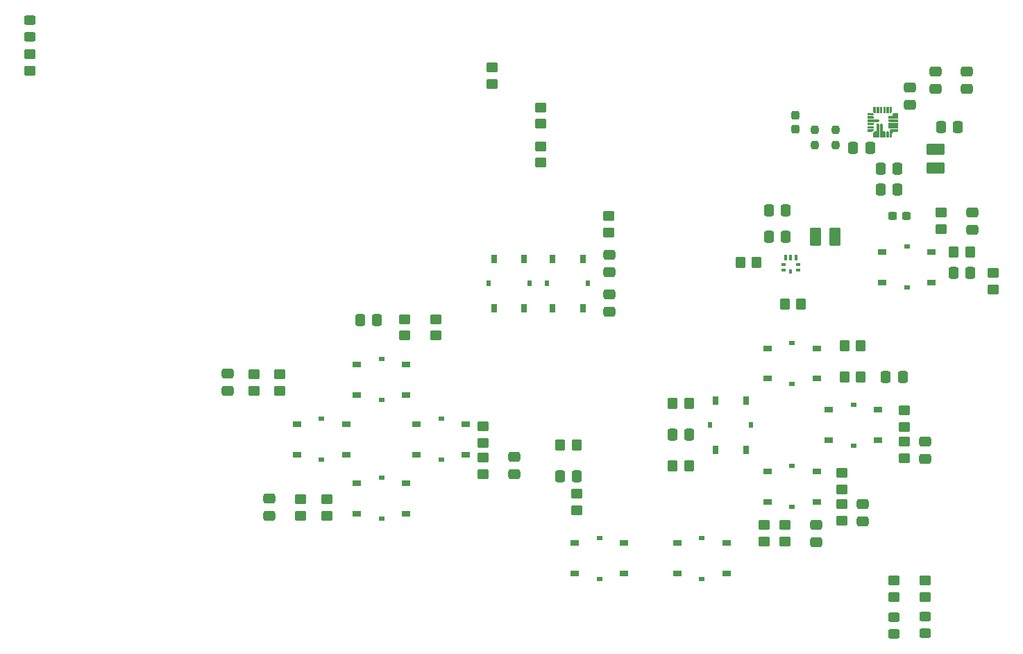
<source format=gbr>
%TF.GenerationSoftware,KiCad,Pcbnew,(6.0.0)*%
%TF.CreationDate,2022-05-01T16:32:44+01:00*%
%TF.ProjectId,CM4Carrier,434d3443-6172-4726-9965-722e6b696361,indev*%
%TF.SameCoordinates,Original*%
%TF.FileFunction,Paste,Top*%
%TF.FilePolarity,Positive*%
%FSLAX46Y46*%
G04 Gerber Fmt 4.6, Leading zero omitted, Abs format (unit mm)*
G04 Created by KiCad (PCBNEW (6.0.0)) date 2022-05-01 16:32:44*
%MOMM*%
%LPD*%
G01*
G04 APERTURE LIST*
G04 Aperture macros list*
%AMRoundRect*
0 Rectangle with rounded corners*
0 $1 Rounding radius*
0 $2 $3 $4 $5 $6 $7 $8 $9 X,Y pos of 4 corners*
0 Add a 4 corners polygon primitive as box body*
4,1,4,$2,$3,$4,$5,$6,$7,$8,$9,$2,$3,0*
0 Add four circle primitives for the rounded corners*
1,1,$1+$1,$2,$3*
1,1,$1+$1,$4,$5*
1,1,$1+$1,$6,$7*
1,1,$1+$1,$8,$9*
0 Add four rect primitives between the rounded corners*
20,1,$1+$1,$2,$3,$4,$5,0*
20,1,$1+$1,$4,$5,$6,$7,0*
20,1,$1+$1,$6,$7,$8,$9,0*
20,1,$1+$1,$8,$9,$2,$3,0*%
G04 Aperture macros list end*
%ADD10C,0.010000*%
%ADD11RoundRect,0.250000X0.450000X-0.350000X0.450000X0.350000X-0.450000X0.350000X-0.450000X-0.350000X0*%
%ADD12R,1.000000X0.700000*%
%ADD13R,0.700000X0.600000*%
%ADD14RoundRect,0.250000X0.337500X0.475000X-0.337500X0.475000X-0.337500X-0.475000X0.337500X-0.475000X0*%
%ADD15RoundRect,0.250001X-0.849999X0.462499X-0.849999X-0.462499X0.849999X-0.462499X0.849999X0.462499X0*%
%ADD16RoundRect,0.250000X-0.475000X0.337500X-0.475000X-0.337500X0.475000X-0.337500X0.475000X0.337500X0*%
%ADD17RoundRect,0.250000X-0.350000X-0.450000X0.350000X-0.450000X0.350000X0.450000X-0.350000X0.450000X0*%
%ADD18RoundRect,0.250000X-0.450000X0.350000X-0.450000X-0.350000X0.450000X-0.350000X0.450000X0.350000X0*%
%ADD19RoundRect,0.250000X0.475000X-0.337500X0.475000X0.337500X-0.475000X0.337500X-0.475000X-0.337500X0*%
%ADD20RoundRect,0.250000X-0.337500X-0.475000X0.337500X-0.475000X0.337500X0.475000X-0.337500X0.475000X0*%
%ADD21RoundRect,0.250000X0.350000X0.450000X-0.350000X0.450000X-0.350000X-0.450000X0.350000X-0.450000X0*%
%ADD22RoundRect,0.250001X0.462499X0.849999X-0.462499X0.849999X-0.462499X-0.849999X0.462499X-0.849999X0*%
%ADD23R,0.700000X1.000000*%
%ADD24R,0.600000X0.700000*%
%ADD25RoundRect,0.250000X-0.450000X0.325000X-0.450000X-0.325000X0.450000X-0.325000X0.450000X0.325000X0*%
%ADD26RoundRect,0.237500X0.237500X-0.300000X0.237500X0.300000X-0.237500X0.300000X-0.237500X-0.300000X0*%
%ADD27RoundRect,0.237500X-0.237500X0.250000X-0.237500X-0.250000X0.237500X-0.250000X0.237500X0.250000X0*%
%ADD28R,0.609600X0.304800*%
%ADD29R,0.304800X0.787400*%
%ADD30R,0.304800X0.609600*%
%ADD31RoundRect,0.237500X-0.300000X-0.237500X0.300000X-0.237500X0.300000X0.237500X-0.300000X0.237500X0*%
%ADD32RoundRect,0.250000X0.450000X-0.325000X0.450000X0.325000X-0.450000X0.325000X-0.450000X-0.325000X0*%
G04 APERTURE END LIST*
D10*
%TO.C,U2*%
X184922491Y-73765000D02*
X184922491Y-74340000D01*
X184922491Y-74340000D02*
X184922491Y-74345000D01*
X184922491Y-74345000D02*
X184921491Y-74350000D01*
X184921491Y-74350000D02*
X184921491Y-74356000D01*
X184921491Y-74356000D02*
X184920491Y-74361000D01*
X184920491Y-74361000D02*
X184919491Y-74366000D01*
X184919491Y-74366000D02*
X184917491Y-74371000D01*
X184917491Y-74371000D02*
X184915491Y-74376000D01*
X184915491Y-74376000D02*
X184913491Y-74381000D01*
X184913491Y-74381000D02*
X184911491Y-74385000D01*
X184911491Y-74385000D02*
X184909491Y-74390000D01*
X184909491Y-74390000D02*
X184906491Y-74394000D01*
X184906491Y-74394000D02*
X184903491Y-74399000D01*
X184903491Y-74399000D02*
X184900491Y-74403000D01*
X184900491Y-74403000D02*
X184896491Y-74407000D01*
X184896491Y-74407000D02*
X184893491Y-74411000D01*
X184893491Y-74411000D02*
X184889491Y-74414000D01*
X184889491Y-74414000D02*
X184885491Y-74418000D01*
X184885491Y-74418000D02*
X184881491Y-74421000D01*
X184881491Y-74421000D02*
X184876491Y-74424000D01*
X184876491Y-74424000D02*
X184872491Y-74427000D01*
X184872491Y-74427000D02*
X184867491Y-74429000D01*
X184867491Y-74429000D02*
X184863491Y-74431000D01*
X184863491Y-74431000D02*
X184858491Y-74433000D01*
X184858491Y-74433000D02*
X184853491Y-74435000D01*
X184853491Y-74435000D02*
X184848491Y-74437000D01*
X184848491Y-74437000D02*
X184843491Y-74438000D01*
X184843491Y-74438000D02*
X184838491Y-74439000D01*
X184838491Y-74439000D02*
X184832491Y-74439000D01*
X184832491Y-74439000D02*
X184827491Y-74440000D01*
X184827491Y-74440000D02*
X184822491Y-74440000D01*
X184822491Y-74440000D02*
X184817491Y-74440000D01*
X184817491Y-74440000D02*
X184812491Y-74439000D01*
X184812491Y-74439000D02*
X184806491Y-74439000D01*
X184806491Y-74439000D02*
X184801491Y-74438000D01*
X184801491Y-74438000D02*
X184796491Y-74437000D01*
X184796491Y-74437000D02*
X184791491Y-74435000D01*
X184791491Y-74435000D02*
X184786491Y-74433000D01*
X184786491Y-74433000D02*
X184781491Y-74431000D01*
X184781491Y-74431000D02*
X184777491Y-74429000D01*
X184777491Y-74429000D02*
X184772491Y-74427000D01*
X184772491Y-74427000D02*
X184768491Y-74424000D01*
X184768491Y-74424000D02*
X184763491Y-74421000D01*
X184763491Y-74421000D02*
X184759491Y-74418000D01*
X184759491Y-74418000D02*
X184755491Y-74414000D01*
X184755491Y-74414000D02*
X184751491Y-74411000D01*
X184751491Y-74411000D02*
X184748491Y-74407000D01*
X184748491Y-74407000D02*
X184744491Y-74403000D01*
X184744491Y-74403000D02*
X184741491Y-74399000D01*
X184741491Y-74399000D02*
X184738491Y-74394000D01*
X184738491Y-74394000D02*
X184735491Y-74390000D01*
X184735491Y-74390000D02*
X184733491Y-74385000D01*
X184733491Y-74385000D02*
X184731491Y-74381000D01*
X184731491Y-74381000D02*
X184729491Y-74376000D01*
X184729491Y-74376000D02*
X184727491Y-74371000D01*
X184727491Y-74371000D02*
X184725491Y-74366000D01*
X184725491Y-74366000D02*
X184724491Y-74361000D01*
X184724491Y-74361000D02*
X184723491Y-74356000D01*
X184723491Y-74356000D02*
X184723491Y-74350000D01*
X184723491Y-74350000D02*
X184722491Y-74345000D01*
X184722491Y-74345000D02*
X184722491Y-74340000D01*
X184722491Y-74340000D02*
X184722491Y-73765000D01*
X184722491Y-73765000D02*
X184922491Y-73765000D01*
X184922491Y-73765000D02*
X184922491Y-73765000D01*
G36*
X184922491Y-74345000D02*
G01*
X184921491Y-74350000D01*
X184921491Y-74356000D01*
X184919491Y-74366000D01*
X184913491Y-74381000D01*
X184911491Y-74385000D01*
X184909491Y-74390000D01*
X184906491Y-74394000D01*
X184903491Y-74399000D01*
X184900491Y-74403000D01*
X184896491Y-74407000D01*
X184893491Y-74411000D01*
X184889491Y-74414000D01*
X184885491Y-74418000D01*
X184881491Y-74421000D01*
X184876491Y-74424000D01*
X184872491Y-74427000D01*
X184867491Y-74429000D01*
X184863491Y-74431000D01*
X184848491Y-74437000D01*
X184838491Y-74439000D01*
X184832491Y-74439000D01*
X184827491Y-74440000D01*
X184817491Y-74440000D01*
X184812491Y-74439000D01*
X184806491Y-74439000D01*
X184796491Y-74437000D01*
X184781491Y-74431000D01*
X184777491Y-74429000D01*
X184772491Y-74427000D01*
X184768491Y-74424000D01*
X184763491Y-74421000D01*
X184759491Y-74418000D01*
X184755491Y-74414000D01*
X184751491Y-74411000D01*
X184748491Y-74407000D01*
X184744491Y-74403000D01*
X184741491Y-74399000D01*
X184738491Y-74394000D01*
X184735491Y-74390000D01*
X184733491Y-74385000D01*
X184731491Y-74381000D01*
X184725491Y-74366000D01*
X184723491Y-74356000D01*
X184723491Y-74350000D01*
X184722491Y-74345000D01*
X184722491Y-73765000D01*
X184922491Y-73765000D01*
X184922491Y-74345000D01*
G37*
X184922491Y-74345000D02*
X184921491Y-74350000D01*
X184921491Y-74356000D01*
X184919491Y-74366000D01*
X184913491Y-74381000D01*
X184911491Y-74385000D01*
X184909491Y-74390000D01*
X184906491Y-74394000D01*
X184903491Y-74399000D01*
X184900491Y-74403000D01*
X184896491Y-74407000D01*
X184893491Y-74411000D01*
X184889491Y-74414000D01*
X184885491Y-74418000D01*
X184881491Y-74421000D01*
X184876491Y-74424000D01*
X184872491Y-74427000D01*
X184867491Y-74429000D01*
X184863491Y-74431000D01*
X184848491Y-74437000D01*
X184838491Y-74439000D01*
X184832491Y-74439000D01*
X184827491Y-74440000D01*
X184817491Y-74440000D01*
X184812491Y-74439000D01*
X184806491Y-74439000D01*
X184796491Y-74437000D01*
X184781491Y-74431000D01*
X184777491Y-74429000D01*
X184772491Y-74427000D01*
X184768491Y-74424000D01*
X184763491Y-74421000D01*
X184759491Y-74418000D01*
X184755491Y-74414000D01*
X184751491Y-74411000D01*
X184748491Y-74407000D01*
X184744491Y-74403000D01*
X184741491Y-74399000D01*
X184738491Y-74394000D01*
X184735491Y-74390000D01*
X184733491Y-74385000D01*
X184731491Y-74381000D01*
X184725491Y-74366000D01*
X184723491Y-74356000D01*
X184723491Y-74350000D01*
X184722491Y-74345000D01*
X184722491Y-73765000D01*
X184922491Y-73765000D01*
X184922491Y-74345000D01*
X185322491Y-73765000D02*
X185322491Y-74340000D01*
X185322491Y-74340000D02*
X185322491Y-74345000D01*
X185322491Y-74345000D02*
X185321491Y-74350000D01*
X185321491Y-74350000D02*
X185321491Y-74356000D01*
X185321491Y-74356000D02*
X185320491Y-74361000D01*
X185320491Y-74361000D02*
X185319491Y-74366000D01*
X185319491Y-74366000D02*
X185317491Y-74371000D01*
X185317491Y-74371000D02*
X185315491Y-74376000D01*
X185315491Y-74376000D02*
X185313491Y-74381000D01*
X185313491Y-74381000D02*
X185311491Y-74385000D01*
X185311491Y-74385000D02*
X185309491Y-74390000D01*
X185309491Y-74390000D02*
X185306491Y-74394000D01*
X185306491Y-74394000D02*
X185303491Y-74399000D01*
X185303491Y-74399000D02*
X185300491Y-74403000D01*
X185300491Y-74403000D02*
X185296491Y-74407000D01*
X185296491Y-74407000D02*
X185293491Y-74411000D01*
X185293491Y-74411000D02*
X185289491Y-74414000D01*
X185289491Y-74414000D02*
X185285491Y-74418000D01*
X185285491Y-74418000D02*
X185281491Y-74421000D01*
X185281491Y-74421000D02*
X185276491Y-74424000D01*
X185276491Y-74424000D02*
X185272491Y-74427000D01*
X185272491Y-74427000D02*
X185267491Y-74429000D01*
X185267491Y-74429000D02*
X185263491Y-74431000D01*
X185263491Y-74431000D02*
X185258491Y-74433000D01*
X185258491Y-74433000D02*
X185253491Y-74435000D01*
X185253491Y-74435000D02*
X185248491Y-74437000D01*
X185248491Y-74437000D02*
X185243491Y-74438000D01*
X185243491Y-74438000D02*
X185238491Y-74439000D01*
X185238491Y-74439000D02*
X185232491Y-74439000D01*
X185232491Y-74439000D02*
X185227491Y-74440000D01*
X185227491Y-74440000D02*
X185222491Y-74440000D01*
X185222491Y-74440000D02*
X185217491Y-74440000D01*
X185217491Y-74440000D02*
X185212491Y-74439000D01*
X185212491Y-74439000D02*
X185206491Y-74439000D01*
X185206491Y-74439000D02*
X185201491Y-74438000D01*
X185201491Y-74438000D02*
X185196491Y-74437000D01*
X185196491Y-74437000D02*
X185191491Y-74435000D01*
X185191491Y-74435000D02*
X185186491Y-74433000D01*
X185186491Y-74433000D02*
X185181491Y-74431000D01*
X185181491Y-74431000D02*
X185177491Y-74429000D01*
X185177491Y-74429000D02*
X185172491Y-74427000D01*
X185172491Y-74427000D02*
X185168491Y-74424000D01*
X185168491Y-74424000D02*
X185163491Y-74421000D01*
X185163491Y-74421000D02*
X185159491Y-74418000D01*
X185159491Y-74418000D02*
X185155491Y-74414000D01*
X185155491Y-74414000D02*
X185151491Y-74411000D01*
X185151491Y-74411000D02*
X185148491Y-74407000D01*
X185148491Y-74407000D02*
X185144491Y-74403000D01*
X185144491Y-74403000D02*
X185141491Y-74399000D01*
X185141491Y-74399000D02*
X185138491Y-74394000D01*
X185138491Y-74394000D02*
X185135491Y-74390000D01*
X185135491Y-74390000D02*
X185133491Y-74385000D01*
X185133491Y-74385000D02*
X185131491Y-74381000D01*
X185131491Y-74381000D02*
X185129491Y-74376000D01*
X185129491Y-74376000D02*
X185127491Y-74371000D01*
X185127491Y-74371000D02*
X185125491Y-74366000D01*
X185125491Y-74366000D02*
X185124491Y-74361000D01*
X185124491Y-74361000D02*
X185123491Y-74356000D01*
X185123491Y-74356000D02*
X185123491Y-74350000D01*
X185123491Y-74350000D02*
X185122491Y-74345000D01*
X185122491Y-74345000D02*
X185122491Y-74340000D01*
X185122491Y-74340000D02*
X185122491Y-73765000D01*
X185122491Y-73765000D02*
X185322491Y-73765000D01*
X185322491Y-73765000D02*
X185322491Y-73765000D01*
G36*
X185322491Y-74345000D02*
G01*
X185321491Y-74350000D01*
X185321491Y-74356000D01*
X185319491Y-74366000D01*
X185313491Y-74381000D01*
X185311491Y-74385000D01*
X185309491Y-74390000D01*
X185306491Y-74394000D01*
X185303491Y-74399000D01*
X185300491Y-74403000D01*
X185296491Y-74407000D01*
X185293491Y-74411000D01*
X185289491Y-74414000D01*
X185285491Y-74418000D01*
X185281491Y-74421000D01*
X185276491Y-74424000D01*
X185272491Y-74427000D01*
X185267491Y-74429000D01*
X185263491Y-74431000D01*
X185248491Y-74437000D01*
X185238491Y-74439000D01*
X185232491Y-74439000D01*
X185227491Y-74440000D01*
X185217491Y-74440000D01*
X185212491Y-74439000D01*
X185206491Y-74439000D01*
X185196491Y-74437000D01*
X185181491Y-74431000D01*
X185177491Y-74429000D01*
X185172491Y-74427000D01*
X185168491Y-74424000D01*
X185163491Y-74421000D01*
X185159491Y-74418000D01*
X185155491Y-74414000D01*
X185151491Y-74411000D01*
X185148491Y-74407000D01*
X185144491Y-74403000D01*
X185141491Y-74399000D01*
X185138491Y-74394000D01*
X185135491Y-74390000D01*
X185133491Y-74385000D01*
X185131491Y-74381000D01*
X185125491Y-74366000D01*
X185123491Y-74356000D01*
X185123491Y-74350000D01*
X185122491Y-74345000D01*
X185122491Y-73765000D01*
X185322491Y-73765000D01*
X185322491Y-74345000D01*
G37*
X185322491Y-74345000D02*
X185321491Y-74350000D01*
X185321491Y-74356000D01*
X185319491Y-74366000D01*
X185313491Y-74381000D01*
X185311491Y-74385000D01*
X185309491Y-74390000D01*
X185306491Y-74394000D01*
X185303491Y-74399000D01*
X185300491Y-74403000D01*
X185296491Y-74407000D01*
X185293491Y-74411000D01*
X185289491Y-74414000D01*
X185285491Y-74418000D01*
X185281491Y-74421000D01*
X185276491Y-74424000D01*
X185272491Y-74427000D01*
X185267491Y-74429000D01*
X185263491Y-74431000D01*
X185248491Y-74437000D01*
X185238491Y-74439000D01*
X185232491Y-74439000D01*
X185227491Y-74440000D01*
X185217491Y-74440000D01*
X185212491Y-74439000D01*
X185206491Y-74439000D01*
X185196491Y-74437000D01*
X185181491Y-74431000D01*
X185177491Y-74429000D01*
X185172491Y-74427000D01*
X185168491Y-74424000D01*
X185163491Y-74421000D01*
X185159491Y-74418000D01*
X185155491Y-74414000D01*
X185151491Y-74411000D01*
X185148491Y-74407000D01*
X185144491Y-74403000D01*
X185141491Y-74399000D01*
X185138491Y-74394000D01*
X185135491Y-74390000D01*
X185133491Y-74385000D01*
X185131491Y-74381000D01*
X185125491Y-74366000D01*
X185123491Y-74356000D01*
X185123491Y-74350000D01*
X185122491Y-74345000D01*
X185122491Y-73765000D01*
X185322491Y-73765000D01*
X185322491Y-74345000D01*
X185522491Y-73765000D02*
X185522491Y-74390000D01*
X185522491Y-74390000D02*
X185610491Y-74390000D01*
X185610491Y-74390000D02*
X185722491Y-74278000D01*
X185722491Y-74278000D02*
X185722491Y-73765000D01*
X185722491Y-73765000D02*
X185522491Y-73765000D01*
G36*
X185722491Y-74278000D02*
G01*
X185610491Y-74390000D01*
X185522491Y-74390000D01*
X185522491Y-73765000D01*
X185722491Y-73765000D01*
X185722491Y-74278000D01*
G37*
X185722491Y-74278000D02*
X185610491Y-74390000D01*
X185522491Y-74390000D01*
X185522491Y-73765000D01*
X185722491Y-73765000D01*
X185722491Y-74278000D01*
X186422491Y-75465000D02*
X185447491Y-75465000D01*
X185447491Y-75465000D02*
X185442491Y-75465000D01*
X185442491Y-75465000D02*
X185437491Y-75464000D01*
X185437491Y-75464000D02*
X185431491Y-75464000D01*
X185431491Y-75464000D02*
X185426491Y-75463000D01*
X185426491Y-75463000D02*
X185421491Y-75462000D01*
X185421491Y-75462000D02*
X185416491Y-75460000D01*
X185416491Y-75460000D02*
X185411491Y-75458000D01*
X185411491Y-75458000D02*
X185406491Y-75456000D01*
X185406491Y-75456000D02*
X185402491Y-75454000D01*
X185402491Y-75454000D02*
X185397491Y-75452000D01*
X185397491Y-75452000D02*
X185393491Y-75449000D01*
X185393491Y-75449000D02*
X185388491Y-75446000D01*
X185388491Y-75446000D02*
X185384491Y-75443000D01*
X185384491Y-75443000D02*
X185380491Y-75439000D01*
X185380491Y-75439000D02*
X185376491Y-75436000D01*
X185376491Y-75436000D02*
X185373491Y-75432000D01*
X185373491Y-75432000D02*
X185369491Y-75428000D01*
X185369491Y-75428000D02*
X185366491Y-75424000D01*
X185366491Y-75424000D02*
X185363491Y-75419000D01*
X185363491Y-75419000D02*
X185360491Y-75415000D01*
X185360491Y-75415000D02*
X185358491Y-75410000D01*
X185358491Y-75410000D02*
X185356491Y-75406000D01*
X185356491Y-75406000D02*
X185354491Y-75401000D01*
X185354491Y-75401000D02*
X185352491Y-75396000D01*
X185352491Y-75396000D02*
X185350491Y-75391000D01*
X185350491Y-75391000D02*
X185349491Y-75386000D01*
X185349491Y-75386000D02*
X185348491Y-75381000D01*
X185348491Y-75381000D02*
X185348491Y-75375000D01*
X185348491Y-75375000D02*
X185347491Y-75370000D01*
X185347491Y-75370000D02*
X185347491Y-75365000D01*
X185347491Y-75365000D02*
X185347491Y-75360000D01*
X185347491Y-75360000D02*
X185348491Y-75355000D01*
X185348491Y-75355000D02*
X185348491Y-75349000D01*
X185348491Y-75349000D02*
X185349491Y-75344000D01*
X185349491Y-75344000D02*
X185350491Y-75339000D01*
X185350491Y-75339000D02*
X185352491Y-75334000D01*
X185352491Y-75334000D02*
X185354491Y-75329000D01*
X185354491Y-75329000D02*
X185356491Y-75324000D01*
X185356491Y-75324000D02*
X185358491Y-75320000D01*
X185358491Y-75320000D02*
X185360491Y-75315000D01*
X185360491Y-75315000D02*
X185363491Y-75311000D01*
X185363491Y-75311000D02*
X185366491Y-75306000D01*
X185366491Y-75306000D02*
X185369491Y-75302000D01*
X185369491Y-75302000D02*
X185373491Y-75298000D01*
X185373491Y-75298000D02*
X185376491Y-75294000D01*
X185376491Y-75294000D02*
X185380491Y-75291000D01*
X185380491Y-75291000D02*
X185384491Y-75287000D01*
X185384491Y-75287000D02*
X185388491Y-75284000D01*
X185388491Y-75284000D02*
X185393491Y-75281000D01*
X185393491Y-75281000D02*
X185397491Y-75278000D01*
X185397491Y-75278000D02*
X185402491Y-75276000D01*
X185402491Y-75276000D02*
X185406491Y-75274000D01*
X185406491Y-75274000D02*
X185411491Y-75272000D01*
X185411491Y-75272000D02*
X185416491Y-75270000D01*
X185416491Y-75270000D02*
X185421491Y-75268000D01*
X185421491Y-75268000D02*
X185426491Y-75267000D01*
X185426491Y-75267000D02*
X185431491Y-75266000D01*
X185431491Y-75266000D02*
X185437491Y-75266000D01*
X185437491Y-75266000D02*
X185442491Y-75265000D01*
X185442491Y-75265000D02*
X185447491Y-75265000D01*
X185447491Y-75265000D02*
X186422491Y-75265000D01*
X186422491Y-75265000D02*
X186422491Y-75465000D01*
X186422491Y-75465000D02*
X186422491Y-75465000D01*
G36*
X186422491Y-75465000D02*
G01*
X185442491Y-75465000D01*
X185437491Y-75464000D01*
X185431491Y-75464000D01*
X185421491Y-75462000D01*
X185406491Y-75456000D01*
X185402491Y-75454000D01*
X185397491Y-75452000D01*
X185393491Y-75449000D01*
X185388491Y-75446000D01*
X185384491Y-75443000D01*
X185380491Y-75439000D01*
X185376491Y-75436000D01*
X185373491Y-75432000D01*
X185369491Y-75428000D01*
X185366491Y-75424000D01*
X185363491Y-75419000D01*
X185360491Y-75415000D01*
X185358491Y-75410000D01*
X185356491Y-75406000D01*
X185350491Y-75391000D01*
X185348491Y-75381000D01*
X185348491Y-75375000D01*
X185347491Y-75370000D01*
X185347491Y-75360000D01*
X185348491Y-75355000D01*
X185348491Y-75349000D01*
X185350491Y-75339000D01*
X185356491Y-75324000D01*
X185358491Y-75320000D01*
X185360491Y-75315000D01*
X185363491Y-75311000D01*
X185366491Y-75306000D01*
X185369491Y-75302000D01*
X185373491Y-75298000D01*
X185376491Y-75294000D01*
X185380491Y-75291000D01*
X185384491Y-75287000D01*
X185388491Y-75284000D01*
X185393491Y-75281000D01*
X185397491Y-75278000D01*
X185402491Y-75276000D01*
X185406491Y-75274000D01*
X185421491Y-75268000D01*
X185431491Y-75266000D01*
X185437491Y-75266000D01*
X185442491Y-75265000D01*
X186422491Y-75265000D01*
X186422491Y-75465000D01*
G37*
X186422491Y-75465000D02*
X185442491Y-75465000D01*
X185437491Y-75464000D01*
X185431491Y-75464000D01*
X185421491Y-75462000D01*
X185406491Y-75456000D01*
X185402491Y-75454000D01*
X185397491Y-75452000D01*
X185393491Y-75449000D01*
X185388491Y-75446000D01*
X185384491Y-75443000D01*
X185380491Y-75439000D01*
X185376491Y-75436000D01*
X185373491Y-75432000D01*
X185369491Y-75428000D01*
X185366491Y-75424000D01*
X185363491Y-75419000D01*
X185360491Y-75415000D01*
X185358491Y-75410000D01*
X185356491Y-75406000D01*
X185350491Y-75391000D01*
X185348491Y-75381000D01*
X185348491Y-75375000D01*
X185347491Y-75370000D01*
X185347491Y-75360000D01*
X185348491Y-75355000D01*
X185348491Y-75349000D01*
X185350491Y-75339000D01*
X185356491Y-75324000D01*
X185358491Y-75320000D01*
X185360491Y-75315000D01*
X185363491Y-75311000D01*
X185366491Y-75306000D01*
X185369491Y-75302000D01*
X185373491Y-75298000D01*
X185376491Y-75294000D01*
X185380491Y-75291000D01*
X185384491Y-75287000D01*
X185388491Y-75284000D01*
X185393491Y-75281000D01*
X185397491Y-75278000D01*
X185402491Y-75276000D01*
X185406491Y-75274000D01*
X185421491Y-75268000D01*
X185431491Y-75266000D01*
X185437491Y-75266000D01*
X185442491Y-75265000D01*
X186422491Y-75265000D01*
X186422491Y-75465000D01*
X185122491Y-77365000D02*
X185122491Y-76790000D01*
X185122491Y-76790000D02*
X185122491Y-76785000D01*
X185122491Y-76785000D02*
X185123491Y-76780000D01*
X185123491Y-76780000D02*
X185123491Y-76774000D01*
X185123491Y-76774000D02*
X185124491Y-76769000D01*
X185124491Y-76769000D02*
X185125491Y-76764000D01*
X185125491Y-76764000D02*
X185127491Y-76759000D01*
X185127491Y-76759000D02*
X185129491Y-76754000D01*
X185129491Y-76754000D02*
X185131491Y-76749000D01*
X185131491Y-76749000D02*
X185133491Y-76745000D01*
X185133491Y-76745000D02*
X185135491Y-76740000D01*
X185135491Y-76740000D02*
X185138491Y-76736000D01*
X185138491Y-76736000D02*
X185141491Y-76731000D01*
X185141491Y-76731000D02*
X185144491Y-76727000D01*
X185144491Y-76727000D02*
X185148491Y-76723000D01*
X185148491Y-76723000D02*
X185151491Y-76719000D01*
X185151491Y-76719000D02*
X185155491Y-76716000D01*
X185155491Y-76716000D02*
X185159491Y-76712000D01*
X185159491Y-76712000D02*
X185163491Y-76709000D01*
X185163491Y-76709000D02*
X185168491Y-76706000D01*
X185168491Y-76706000D02*
X185172491Y-76703000D01*
X185172491Y-76703000D02*
X185177491Y-76701000D01*
X185177491Y-76701000D02*
X185181491Y-76699000D01*
X185181491Y-76699000D02*
X185186491Y-76697000D01*
X185186491Y-76697000D02*
X185191491Y-76695000D01*
X185191491Y-76695000D02*
X185196491Y-76693000D01*
X185196491Y-76693000D02*
X185201491Y-76692000D01*
X185201491Y-76692000D02*
X185206491Y-76691000D01*
X185206491Y-76691000D02*
X185212491Y-76691000D01*
X185212491Y-76691000D02*
X185217491Y-76690000D01*
X185217491Y-76690000D02*
X185222491Y-76690000D01*
X185222491Y-76690000D02*
X185227491Y-76690000D01*
X185227491Y-76690000D02*
X185232491Y-76691000D01*
X185232491Y-76691000D02*
X185238491Y-76691000D01*
X185238491Y-76691000D02*
X185243491Y-76692000D01*
X185243491Y-76692000D02*
X185248491Y-76693000D01*
X185248491Y-76693000D02*
X185253491Y-76695000D01*
X185253491Y-76695000D02*
X185258491Y-76697000D01*
X185258491Y-76697000D02*
X185263491Y-76699000D01*
X185263491Y-76699000D02*
X185267491Y-76701000D01*
X185267491Y-76701000D02*
X185272491Y-76703000D01*
X185272491Y-76703000D02*
X185276491Y-76706000D01*
X185276491Y-76706000D02*
X185281491Y-76709000D01*
X185281491Y-76709000D02*
X185285491Y-76712000D01*
X185285491Y-76712000D02*
X185289491Y-76716000D01*
X185289491Y-76716000D02*
X185293491Y-76719000D01*
X185293491Y-76719000D02*
X185296491Y-76723000D01*
X185296491Y-76723000D02*
X185300491Y-76727000D01*
X185300491Y-76727000D02*
X185303491Y-76731000D01*
X185303491Y-76731000D02*
X185306491Y-76736000D01*
X185306491Y-76736000D02*
X185309491Y-76740000D01*
X185309491Y-76740000D02*
X185311491Y-76745000D01*
X185311491Y-76745000D02*
X185313491Y-76749000D01*
X185313491Y-76749000D02*
X185315491Y-76754000D01*
X185315491Y-76754000D02*
X185317491Y-76759000D01*
X185317491Y-76759000D02*
X185319491Y-76764000D01*
X185319491Y-76764000D02*
X185320491Y-76769000D01*
X185320491Y-76769000D02*
X185321491Y-76774000D01*
X185321491Y-76774000D02*
X185321491Y-76780000D01*
X185321491Y-76780000D02*
X185322491Y-76785000D01*
X185322491Y-76785000D02*
X185322491Y-76790000D01*
X185322491Y-76790000D02*
X185322491Y-77365000D01*
X185322491Y-77365000D02*
X185122491Y-77365000D01*
X185122491Y-77365000D02*
X185122491Y-77365000D01*
G36*
X185232491Y-76691000D02*
G01*
X185238491Y-76691000D01*
X185248491Y-76693000D01*
X185263491Y-76699000D01*
X185267491Y-76701000D01*
X185272491Y-76703000D01*
X185276491Y-76706000D01*
X185281491Y-76709000D01*
X185285491Y-76712000D01*
X185289491Y-76716000D01*
X185293491Y-76719000D01*
X185296491Y-76723000D01*
X185300491Y-76727000D01*
X185303491Y-76731000D01*
X185306491Y-76736000D01*
X185309491Y-76740000D01*
X185311491Y-76745000D01*
X185313491Y-76749000D01*
X185319491Y-76764000D01*
X185321491Y-76774000D01*
X185321491Y-76780000D01*
X185322491Y-76785000D01*
X185322491Y-77365000D01*
X185122491Y-77365000D01*
X185122491Y-76785000D01*
X185123491Y-76780000D01*
X185123491Y-76774000D01*
X185125491Y-76764000D01*
X185131491Y-76749000D01*
X185133491Y-76745000D01*
X185135491Y-76740000D01*
X185138491Y-76736000D01*
X185141491Y-76731000D01*
X185144491Y-76727000D01*
X185148491Y-76723000D01*
X185151491Y-76719000D01*
X185155491Y-76716000D01*
X185159491Y-76712000D01*
X185163491Y-76709000D01*
X185168491Y-76706000D01*
X185172491Y-76703000D01*
X185177491Y-76701000D01*
X185181491Y-76699000D01*
X185196491Y-76693000D01*
X185206491Y-76691000D01*
X185212491Y-76691000D01*
X185217491Y-76690000D01*
X185227491Y-76690000D01*
X185232491Y-76691000D01*
G37*
X185232491Y-76691000D02*
X185238491Y-76691000D01*
X185248491Y-76693000D01*
X185263491Y-76699000D01*
X185267491Y-76701000D01*
X185272491Y-76703000D01*
X185276491Y-76706000D01*
X185281491Y-76709000D01*
X185285491Y-76712000D01*
X185289491Y-76716000D01*
X185293491Y-76719000D01*
X185296491Y-76723000D01*
X185300491Y-76727000D01*
X185303491Y-76731000D01*
X185306491Y-76736000D01*
X185309491Y-76740000D01*
X185311491Y-76745000D01*
X185313491Y-76749000D01*
X185319491Y-76764000D01*
X185321491Y-76774000D01*
X185321491Y-76780000D01*
X185322491Y-76785000D01*
X185322491Y-77365000D01*
X185122491Y-77365000D01*
X185122491Y-76785000D01*
X185123491Y-76780000D01*
X185123491Y-76774000D01*
X185125491Y-76764000D01*
X185131491Y-76749000D01*
X185133491Y-76745000D01*
X185135491Y-76740000D01*
X185138491Y-76736000D01*
X185141491Y-76731000D01*
X185144491Y-76727000D01*
X185148491Y-76723000D01*
X185151491Y-76719000D01*
X185155491Y-76716000D01*
X185159491Y-76712000D01*
X185163491Y-76709000D01*
X185168491Y-76706000D01*
X185172491Y-76703000D01*
X185177491Y-76701000D01*
X185181491Y-76699000D01*
X185196491Y-76693000D01*
X185206491Y-76691000D01*
X185212491Y-76691000D01*
X185217491Y-76690000D01*
X185227491Y-76690000D01*
X185232491Y-76691000D01*
X182822491Y-75265000D02*
X184047491Y-75265000D01*
X184047491Y-75265000D02*
X184052491Y-75265000D01*
X184052491Y-75265000D02*
X184057491Y-75266000D01*
X184057491Y-75266000D02*
X184063491Y-75266000D01*
X184063491Y-75266000D02*
X184068491Y-75267000D01*
X184068491Y-75267000D02*
X184073491Y-75268000D01*
X184073491Y-75268000D02*
X184078491Y-75270000D01*
X184078491Y-75270000D02*
X184083491Y-75272000D01*
X184083491Y-75272000D02*
X184088491Y-75274000D01*
X184088491Y-75274000D02*
X184092491Y-75276000D01*
X184092491Y-75276000D02*
X184097491Y-75278000D01*
X184097491Y-75278000D02*
X184101491Y-75281000D01*
X184101491Y-75281000D02*
X184106491Y-75284000D01*
X184106491Y-75284000D02*
X184110491Y-75287000D01*
X184110491Y-75287000D02*
X184114491Y-75291000D01*
X184114491Y-75291000D02*
X184118491Y-75294000D01*
X184118491Y-75294000D02*
X184121491Y-75298000D01*
X184121491Y-75298000D02*
X184125491Y-75302000D01*
X184125491Y-75302000D02*
X184128491Y-75306000D01*
X184128491Y-75306000D02*
X184131491Y-75311000D01*
X184131491Y-75311000D02*
X184134491Y-75315000D01*
X184134491Y-75315000D02*
X184136491Y-75320000D01*
X184136491Y-75320000D02*
X184138491Y-75324000D01*
X184138491Y-75324000D02*
X184140491Y-75329000D01*
X184140491Y-75329000D02*
X184142491Y-75334000D01*
X184142491Y-75334000D02*
X184144491Y-75339000D01*
X184144491Y-75339000D02*
X184145491Y-75344000D01*
X184145491Y-75344000D02*
X184146491Y-75349000D01*
X184146491Y-75349000D02*
X184146491Y-75355000D01*
X184146491Y-75355000D02*
X184147491Y-75360000D01*
X184147491Y-75360000D02*
X184147491Y-75365000D01*
X184147491Y-75365000D02*
X184147491Y-75370000D01*
X184147491Y-75370000D02*
X184146491Y-75375000D01*
X184146491Y-75375000D02*
X184146491Y-75381000D01*
X184146491Y-75381000D02*
X184145491Y-75386000D01*
X184145491Y-75386000D02*
X184144491Y-75391000D01*
X184144491Y-75391000D02*
X184142491Y-75396000D01*
X184142491Y-75396000D02*
X184140491Y-75401000D01*
X184140491Y-75401000D02*
X184138491Y-75406000D01*
X184138491Y-75406000D02*
X184136491Y-75410000D01*
X184136491Y-75410000D02*
X184134491Y-75415000D01*
X184134491Y-75415000D02*
X184131491Y-75419000D01*
X184131491Y-75419000D02*
X184128491Y-75424000D01*
X184128491Y-75424000D02*
X184125491Y-75428000D01*
X184125491Y-75428000D02*
X184121491Y-75432000D01*
X184121491Y-75432000D02*
X184118491Y-75436000D01*
X184118491Y-75436000D02*
X184114491Y-75439000D01*
X184114491Y-75439000D02*
X184110491Y-75443000D01*
X184110491Y-75443000D02*
X184106491Y-75446000D01*
X184106491Y-75446000D02*
X184101491Y-75449000D01*
X184101491Y-75449000D02*
X184097491Y-75452000D01*
X184097491Y-75452000D02*
X184092491Y-75454000D01*
X184092491Y-75454000D02*
X184088491Y-75456000D01*
X184088491Y-75456000D02*
X184083491Y-75458000D01*
X184083491Y-75458000D02*
X184078491Y-75460000D01*
X184078491Y-75460000D02*
X184073491Y-75462000D01*
X184073491Y-75462000D02*
X184068491Y-75463000D01*
X184068491Y-75463000D02*
X184063491Y-75464000D01*
X184063491Y-75464000D02*
X184057491Y-75464000D01*
X184057491Y-75464000D02*
X184052491Y-75465000D01*
X184052491Y-75465000D02*
X184047491Y-75465000D01*
X184047491Y-75465000D02*
X182822491Y-75465000D01*
X182822491Y-75465000D02*
X182822491Y-75265000D01*
X182822491Y-75265000D02*
X182822491Y-75265000D01*
G36*
X184057491Y-75266000D02*
G01*
X184063491Y-75266000D01*
X184073491Y-75268000D01*
X184088491Y-75274000D01*
X184092491Y-75276000D01*
X184097491Y-75278000D01*
X184101491Y-75281000D01*
X184106491Y-75284000D01*
X184110491Y-75287000D01*
X184114491Y-75291000D01*
X184118491Y-75294000D01*
X184121491Y-75298000D01*
X184125491Y-75302000D01*
X184128491Y-75306000D01*
X184131491Y-75311000D01*
X184134491Y-75315000D01*
X184136491Y-75320000D01*
X184138491Y-75324000D01*
X184144491Y-75339000D01*
X184146491Y-75349000D01*
X184146491Y-75355000D01*
X184147491Y-75360000D01*
X184147491Y-75370000D01*
X184146491Y-75375000D01*
X184146491Y-75381000D01*
X184144491Y-75391000D01*
X184138491Y-75406000D01*
X184136491Y-75410000D01*
X184134491Y-75415000D01*
X184131491Y-75419000D01*
X184128491Y-75424000D01*
X184125491Y-75428000D01*
X184121491Y-75432000D01*
X184118491Y-75436000D01*
X184114491Y-75439000D01*
X184110491Y-75443000D01*
X184106491Y-75446000D01*
X184101491Y-75449000D01*
X184097491Y-75452000D01*
X184092491Y-75454000D01*
X184088491Y-75456000D01*
X184073491Y-75462000D01*
X184063491Y-75464000D01*
X184057491Y-75464000D01*
X184052491Y-75465000D01*
X182822491Y-75465000D01*
X182822491Y-75265000D01*
X184052491Y-75265000D01*
X184057491Y-75266000D01*
G37*
X184057491Y-75266000D02*
X184063491Y-75266000D01*
X184073491Y-75268000D01*
X184088491Y-75274000D01*
X184092491Y-75276000D01*
X184097491Y-75278000D01*
X184101491Y-75281000D01*
X184106491Y-75284000D01*
X184110491Y-75287000D01*
X184114491Y-75291000D01*
X184118491Y-75294000D01*
X184121491Y-75298000D01*
X184125491Y-75302000D01*
X184128491Y-75306000D01*
X184131491Y-75311000D01*
X184134491Y-75315000D01*
X184136491Y-75320000D01*
X184138491Y-75324000D01*
X184144491Y-75339000D01*
X184146491Y-75349000D01*
X184146491Y-75355000D01*
X184147491Y-75360000D01*
X184147491Y-75370000D01*
X184146491Y-75375000D01*
X184146491Y-75381000D01*
X184144491Y-75391000D01*
X184138491Y-75406000D01*
X184136491Y-75410000D01*
X184134491Y-75415000D01*
X184131491Y-75419000D01*
X184128491Y-75424000D01*
X184125491Y-75428000D01*
X184121491Y-75432000D01*
X184118491Y-75436000D01*
X184114491Y-75439000D01*
X184110491Y-75443000D01*
X184106491Y-75446000D01*
X184101491Y-75449000D01*
X184097491Y-75452000D01*
X184092491Y-75454000D01*
X184088491Y-75456000D01*
X184073491Y-75462000D01*
X184063491Y-75464000D01*
X184057491Y-75464000D01*
X184052491Y-75465000D01*
X182822491Y-75465000D01*
X182822491Y-75265000D01*
X184052491Y-75265000D01*
X184057491Y-75266000D01*
X182822491Y-75665000D02*
X183397491Y-75665000D01*
X183397491Y-75665000D02*
X183402491Y-75665000D01*
X183402491Y-75665000D02*
X183407491Y-75666000D01*
X183407491Y-75666000D02*
X183413491Y-75666000D01*
X183413491Y-75666000D02*
X183418491Y-75667000D01*
X183418491Y-75667000D02*
X183423491Y-75668000D01*
X183423491Y-75668000D02*
X183428491Y-75670000D01*
X183428491Y-75670000D02*
X183433491Y-75672000D01*
X183433491Y-75672000D02*
X183438491Y-75674000D01*
X183438491Y-75674000D02*
X183442491Y-75676000D01*
X183442491Y-75676000D02*
X183447491Y-75678000D01*
X183447491Y-75678000D02*
X183451491Y-75681000D01*
X183451491Y-75681000D02*
X183456491Y-75684000D01*
X183456491Y-75684000D02*
X183460491Y-75687000D01*
X183460491Y-75687000D02*
X183464491Y-75691000D01*
X183464491Y-75691000D02*
X183468491Y-75694000D01*
X183468491Y-75694000D02*
X183471491Y-75698000D01*
X183471491Y-75698000D02*
X183475491Y-75702000D01*
X183475491Y-75702000D02*
X183478491Y-75706000D01*
X183478491Y-75706000D02*
X183481491Y-75711000D01*
X183481491Y-75711000D02*
X183484491Y-75715000D01*
X183484491Y-75715000D02*
X183486491Y-75720000D01*
X183486491Y-75720000D02*
X183488491Y-75724000D01*
X183488491Y-75724000D02*
X183490491Y-75729000D01*
X183490491Y-75729000D02*
X183492491Y-75734000D01*
X183492491Y-75734000D02*
X183494491Y-75739000D01*
X183494491Y-75739000D02*
X183495491Y-75744000D01*
X183495491Y-75744000D02*
X183496491Y-75749000D01*
X183496491Y-75749000D02*
X183496491Y-75755000D01*
X183496491Y-75755000D02*
X183497491Y-75760000D01*
X183497491Y-75760000D02*
X183497491Y-75765000D01*
X183497491Y-75765000D02*
X183497491Y-75770000D01*
X183497491Y-75770000D02*
X183496491Y-75775000D01*
X183496491Y-75775000D02*
X183496491Y-75781000D01*
X183496491Y-75781000D02*
X183495491Y-75786000D01*
X183495491Y-75786000D02*
X183494491Y-75791000D01*
X183494491Y-75791000D02*
X183492491Y-75796000D01*
X183492491Y-75796000D02*
X183490491Y-75801000D01*
X183490491Y-75801000D02*
X183488491Y-75806000D01*
X183488491Y-75806000D02*
X183486491Y-75810000D01*
X183486491Y-75810000D02*
X183484491Y-75815000D01*
X183484491Y-75815000D02*
X183481491Y-75819000D01*
X183481491Y-75819000D02*
X183478491Y-75824000D01*
X183478491Y-75824000D02*
X183475491Y-75828000D01*
X183475491Y-75828000D02*
X183471491Y-75832000D01*
X183471491Y-75832000D02*
X183468491Y-75836000D01*
X183468491Y-75836000D02*
X183464491Y-75839000D01*
X183464491Y-75839000D02*
X183460491Y-75843000D01*
X183460491Y-75843000D02*
X183456491Y-75846000D01*
X183456491Y-75846000D02*
X183451491Y-75849000D01*
X183451491Y-75849000D02*
X183447491Y-75852000D01*
X183447491Y-75852000D02*
X183442491Y-75854000D01*
X183442491Y-75854000D02*
X183438491Y-75856000D01*
X183438491Y-75856000D02*
X183433491Y-75858000D01*
X183433491Y-75858000D02*
X183428491Y-75860000D01*
X183428491Y-75860000D02*
X183423491Y-75862000D01*
X183423491Y-75862000D02*
X183418491Y-75863000D01*
X183418491Y-75863000D02*
X183413491Y-75864000D01*
X183413491Y-75864000D02*
X183407491Y-75864000D01*
X183407491Y-75864000D02*
X183402491Y-75865000D01*
X183402491Y-75865000D02*
X183397491Y-75865000D01*
X183397491Y-75865000D02*
X182822491Y-75865000D01*
X182822491Y-75865000D02*
X182822491Y-75665000D01*
X182822491Y-75665000D02*
X182822491Y-75665000D01*
G36*
X183407491Y-75666000D02*
G01*
X183413491Y-75666000D01*
X183423491Y-75668000D01*
X183438491Y-75674000D01*
X183442491Y-75676000D01*
X183447491Y-75678000D01*
X183451491Y-75681000D01*
X183456491Y-75684000D01*
X183460491Y-75687000D01*
X183464491Y-75691000D01*
X183468491Y-75694000D01*
X183471491Y-75698000D01*
X183475491Y-75702000D01*
X183478491Y-75706000D01*
X183481491Y-75711000D01*
X183484491Y-75715000D01*
X183486491Y-75720000D01*
X183488491Y-75724000D01*
X183494491Y-75739000D01*
X183496491Y-75749000D01*
X183496491Y-75755000D01*
X183497491Y-75760000D01*
X183497491Y-75770000D01*
X183496491Y-75775000D01*
X183496491Y-75781000D01*
X183494491Y-75791000D01*
X183488491Y-75806000D01*
X183486491Y-75810000D01*
X183484491Y-75815000D01*
X183481491Y-75819000D01*
X183478491Y-75824000D01*
X183475491Y-75828000D01*
X183471491Y-75832000D01*
X183468491Y-75836000D01*
X183464491Y-75839000D01*
X183460491Y-75843000D01*
X183456491Y-75846000D01*
X183451491Y-75849000D01*
X183447491Y-75852000D01*
X183442491Y-75854000D01*
X183438491Y-75856000D01*
X183423491Y-75862000D01*
X183413491Y-75864000D01*
X183407491Y-75864000D01*
X183402491Y-75865000D01*
X182822491Y-75865000D01*
X182822491Y-75665000D01*
X183402491Y-75665000D01*
X183407491Y-75666000D01*
G37*
X183407491Y-75666000D02*
X183413491Y-75666000D01*
X183423491Y-75668000D01*
X183438491Y-75674000D01*
X183442491Y-75676000D01*
X183447491Y-75678000D01*
X183451491Y-75681000D01*
X183456491Y-75684000D01*
X183460491Y-75687000D01*
X183464491Y-75691000D01*
X183468491Y-75694000D01*
X183471491Y-75698000D01*
X183475491Y-75702000D01*
X183478491Y-75706000D01*
X183481491Y-75711000D01*
X183484491Y-75715000D01*
X183486491Y-75720000D01*
X183488491Y-75724000D01*
X183494491Y-75739000D01*
X183496491Y-75749000D01*
X183496491Y-75755000D01*
X183497491Y-75760000D01*
X183497491Y-75770000D01*
X183496491Y-75775000D01*
X183496491Y-75781000D01*
X183494491Y-75791000D01*
X183488491Y-75806000D01*
X183486491Y-75810000D01*
X183484491Y-75815000D01*
X183481491Y-75819000D01*
X183478491Y-75824000D01*
X183475491Y-75828000D01*
X183471491Y-75832000D01*
X183468491Y-75836000D01*
X183464491Y-75839000D01*
X183460491Y-75843000D01*
X183456491Y-75846000D01*
X183451491Y-75849000D01*
X183447491Y-75852000D01*
X183442491Y-75854000D01*
X183438491Y-75856000D01*
X183423491Y-75862000D01*
X183413491Y-75864000D01*
X183407491Y-75864000D01*
X183402491Y-75865000D01*
X182822491Y-75865000D01*
X182822491Y-75665000D01*
X183402491Y-75665000D01*
X183407491Y-75666000D01*
X184322491Y-77365000D02*
X184322491Y-75890000D01*
X184322491Y-75890000D02*
X184322491Y-75885000D01*
X184322491Y-75885000D02*
X184323491Y-75880000D01*
X184323491Y-75880000D02*
X184323491Y-75874000D01*
X184323491Y-75874000D02*
X184324491Y-75869000D01*
X184324491Y-75869000D02*
X184325491Y-75864000D01*
X184325491Y-75864000D02*
X184327491Y-75859000D01*
X184327491Y-75859000D02*
X184329491Y-75854000D01*
X184329491Y-75854000D02*
X184331491Y-75849000D01*
X184331491Y-75849000D02*
X184333491Y-75845000D01*
X184333491Y-75845000D02*
X184335491Y-75840000D01*
X184335491Y-75840000D02*
X184338491Y-75836000D01*
X184338491Y-75836000D02*
X184341491Y-75831000D01*
X184341491Y-75831000D02*
X184344491Y-75827000D01*
X184344491Y-75827000D02*
X184348491Y-75823000D01*
X184348491Y-75823000D02*
X184351491Y-75819000D01*
X184351491Y-75819000D02*
X184355491Y-75816000D01*
X184355491Y-75816000D02*
X184359491Y-75812000D01*
X184359491Y-75812000D02*
X184363491Y-75809000D01*
X184363491Y-75809000D02*
X184368491Y-75806000D01*
X184368491Y-75806000D02*
X184372491Y-75803000D01*
X184372491Y-75803000D02*
X184377491Y-75801000D01*
X184377491Y-75801000D02*
X184381491Y-75799000D01*
X184381491Y-75799000D02*
X184386491Y-75797000D01*
X184386491Y-75797000D02*
X184391491Y-75795000D01*
X184391491Y-75795000D02*
X184396491Y-75793000D01*
X184396491Y-75793000D02*
X184401491Y-75792000D01*
X184401491Y-75792000D02*
X184406491Y-75791000D01*
X184406491Y-75791000D02*
X184412491Y-75791000D01*
X184412491Y-75791000D02*
X184417491Y-75790000D01*
X184417491Y-75790000D02*
X184422491Y-75790000D01*
X184422491Y-75790000D02*
X184472491Y-75790000D01*
X184472491Y-75790000D02*
X184477491Y-75790000D01*
X184477491Y-75790000D02*
X184482491Y-75791000D01*
X184482491Y-75791000D02*
X184488491Y-75791000D01*
X184488491Y-75791000D02*
X184493491Y-75792000D01*
X184493491Y-75792000D02*
X184498491Y-75793000D01*
X184498491Y-75793000D02*
X184503491Y-75795000D01*
X184503491Y-75795000D02*
X184508491Y-75797000D01*
X184508491Y-75797000D02*
X184513491Y-75799000D01*
X184513491Y-75799000D02*
X184517491Y-75801000D01*
X184517491Y-75801000D02*
X184522491Y-75803000D01*
X184522491Y-75803000D02*
X184526491Y-75806000D01*
X184526491Y-75806000D02*
X184531491Y-75809000D01*
X184531491Y-75809000D02*
X184535491Y-75812000D01*
X184535491Y-75812000D02*
X184539491Y-75816000D01*
X184539491Y-75816000D02*
X184543491Y-75819000D01*
X184543491Y-75819000D02*
X184546491Y-75823000D01*
X184546491Y-75823000D02*
X184550491Y-75827000D01*
X184550491Y-75827000D02*
X184553491Y-75831000D01*
X184553491Y-75831000D02*
X184556491Y-75836000D01*
X184556491Y-75836000D02*
X184559491Y-75840000D01*
X184559491Y-75840000D02*
X184561491Y-75845000D01*
X184561491Y-75845000D02*
X184563491Y-75849000D01*
X184563491Y-75849000D02*
X184565491Y-75854000D01*
X184565491Y-75854000D02*
X184567491Y-75859000D01*
X184567491Y-75859000D02*
X184569491Y-75864000D01*
X184569491Y-75864000D02*
X184570491Y-75869000D01*
X184570491Y-75869000D02*
X184571491Y-75874000D01*
X184571491Y-75874000D02*
X184571491Y-75880000D01*
X184571491Y-75880000D02*
X184572491Y-75885000D01*
X184572491Y-75885000D02*
X184572491Y-75890000D01*
X184572491Y-75890000D02*
X184572491Y-76715000D01*
X184572491Y-76715000D02*
X184822491Y-76715000D01*
X184822491Y-76715000D02*
X184827491Y-76715000D01*
X184827491Y-76715000D02*
X184832491Y-76716000D01*
X184832491Y-76716000D02*
X184838491Y-76716000D01*
X184838491Y-76716000D02*
X184843491Y-76717000D01*
X184843491Y-76717000D02*
X184848491Y-76718000D01*
X184848491Y-76718000D02*
X184853491Y-76720000D01*
X184853491Y-76720000D02*
X184858491Y-76722000D01*
X184858491Y-76722000D02*
X184863491Y-76724000D01*
X184863491Y-76724000D02*
X184867491Y-76726000D01*
X184867491Y-76726000D02*
X184872491Y-76728000D01*
X184872491Y-76728000D02*
X184876491Y-76731000D01*
X184876491Y-76731000D02*
X184881491Y-76734000D01*
X184881491Y-76734000D02*
X184885491Y-76737000D01*
X184885491Y-76737000D02*
X184889491Y-76741000D01*
X184889491Y-76741000D02*
X184893491Y-76744000D01*
X184893491Y-76744000D02*
X184896491Y-76748000D01*
X184896491Y-76748000D02*
X184900491Y-76752000D01*
X184900491Y-76752000D02*
X184903491Y-76756000D01*
X184903491Y-76756000D02*
X184906491Y-76761000D01*
X184906491Y-76761000D02*
X184909491Y-76765000D01*
X184909491Y-76765000D02*
X184911491Y-76770000D01*
X184911491Y-76770000D02*
X184913491Y-76774000D01*
X184913491Y-76774000D02*
X184915491Y-76779000D01*
X184915491Y-76779000D02*
X184917491Y-76784000D01*
X184917491Y-76784000D02*
X184919491Y-76789000D01*
X184919491Y-76789000D02*
X184920491Y-76794000D01*
X184920491Y-76794000D02*
X184921491Y-76799000D01*
X184921491Y-76799000D02*
X184921491Y-76805000D01*
X184921491Y-76805000D02*
X184922491Y-76810000D01*
X184922491Y-76810000D02*
X184922491Y-76815000D01*
X184922491Y-76815000D02*
X184922491Y-77365000D01*
X184922491Y-77365000D02*
X184322491Y-77365000D01*
X184322491Y-77365000D02*
X184322491Y-77365000D01*
G36*
X184482491Y-75791000D02*
G01*
X184488491Y-75791000D01*
X184498491Y-75793000D01*
X184513491Y-75799000D01*
X184517491Y-75801000D01*
X184522491Y-75803000D01*
X184526491Y-75806000D01*
X184531491Y-75809000D01*
X184535491Y-75812000D01*
X184539491Y-75816000D01*
X184543491Y-75819000D01*
X184546491Y-75823000D01*
X184550491Y-75827000D01*
X184553491Y-75831000D01*
X184556491Y-75836000D01*
X184559491Y-75840000D01*
X184561491Y-75845000D01*
X184563491Y-75849000D01*
X184569491Y-75864000D01*
X184571491Y-75874000D01*
X184571491Y-75880000D01*
X184572491Y-75885000D01*
X184572491Y-76715000D01*
X184827491Y-76715000D01*
X184832491Y-76716000D01*
X184838491Y-76716000D01*
X184848491Y-76718000D01*
X184863491Y-76724000D01*
X184867491Y-76726000D01*
X184872491Y-76728000D01*
X184876491Y-76731000D01*
X184881491Y-76734000D01*
X184885491Y-76737000D01*
X184889491Y-76741000D01*
X184893491Y-76744000D01*
X184896491Y-76748000D01*
X184900491Y-76752000D01*
X184903491Y-76756000D01*
X184906491Y-76761000D01*
X184909491Y-76765000D01*
X184911491Y-76770000D01*
X184913491Y-76774000D01*
X184919491Y-76789000D01*
X184921491Y-76799000D01*
X184921491Y-76805000D01*
X184922491Y-76810000D01*
X184922491Y-77365000D01*
X184322491Y-77365000D01*
X184322491Y-75885000D01*
X184323491Y-75880000D01*
X184323491Y-75874000D01*
X184325491Y-75864000D01*
X184331491Y-75849000D01*
X184333491Y-75845000D01*
X184335491Y-75840000D01*
X184338491Y-75836000D01*
X184341491Y-75831000D01*
X184344491Y-75827000D01*
X184348491Y-75823000D01*
X184351491Y-75819000D01*
X184355491Y-75816000D01*
X184359491Y-75812000D01*
X184363491Y-75809000D01*
X184368491Y-75806000D01*
X184372491Y-75803000D01*
X184377491Y-75801000D01*
X184381491Y-75799000D01*
X184396491Y-75793000D01*
X184406491Y-75791000D01*
X184412491Y-75791000D01*
X184417491Y-75790000D01*
X184477491Y-75790000D01*
X184482491Y-75791000D01*
G37*
X184482491Y-75791000D02*
X184488491Y-75791000D01*
X184498491Y-75793000D01*
X184513491Y-75799000D01*
X184517491Y-75801000D01*
X184522491Y-75803000D01*
X184526491Y-75806000D01*
X184531491Y-75809000D01*
X184535491Y-75812000D01*
X184539491Y-75816000D01*
X184543491Y-75819000D01*
X184546491Y-75823000D01*
X184550491Y-75827000D01*
X184553491Y-75831000D01*
X184556491Y-75836000D01*
X184559491Y-75840000D01*
X184561491Y-75845000D01*
X184563491Y-75849000D01*
X184569491Y-75864000D01*
X184571491Y-75874000D01*
X184571491Y-75880000D01*
X184572491Y-75885000D01*
X184572491Y-76715000D01*
X184827491Y-76715000D01*
X184832491Y-76716000D01*
X184838491Y-76716000D01*
X184848491Y-76718000D01*
X184863491Y-76724000D01*
X184867491Y-76726000D01*
X184872491Y-76728000D01*
X184876491Y-76731000D01*
X184881491Y-76734000D01*
X184885491Y-76737000D01*
X184889491Y-76741000D01*
X184893491Y-76744000D01*
X184896491Y-76748000D01*
X184900491Y-76752000D01*
X184903491Y-76756000D01*
X184906491Y-76761000D01*
X184909491Y-76765000D01*
X184911491Y-76770000D01*
X184913491Y-76774000D01*
X184919491Y-76789000D01*
X184921491Y-76799000D01*
X184921491Y-76805000D01*
X184922491Y-76810000D01*
X184922491Y-77365000D01*
X184322491Y-77365000D01*
X184322491Y-75885000D01*
X184323491Y-75880000D01*
X184323491Y-75874000D01*
X184325491Y-75864000D01*
X184331491Y-75849000D01*
X184333491Y-75845000D01*
X184335491Y-75840000D01*
X184338491Y-75836000D01*
X184341491Y-75831000D01*
X184344491Y-75827000D01*
X184348491Y-75823000D01*
X184351491Y-75819000D01*
X184355491Y-75816000D01*
X184359491Y-75812000D01*
X184363491Y-75809000D01*
X184368491Y-75806000D01*
X184372491Y-75803000D01*
X184377491Y-75801000D01*
X184381491Y-75799000D01*
X184396491Y-75793000D01*
X184406491Y-75791000D01*
X184412491Y-75791000D01*
X184417491Y-75790000D01*
X184477491Y-75790000D01*
X184482491Y-75791000D01*
X182822491Y-76465000D02*
X183447491Y-76465000D01*
X183447491Y-76465000D02*
X183447491Y-76553000D01*
X183447491Y-76553000D02*
X183335491Y-76665000D01*
X183335491Y-76665000D02*
X182822491Y-76665000D01*
X182822491Y-76665000D02*
X182822491Y-76465000D01*
G36*
X183447491Y-76553000D02*
G01*
X183335491Y-76665000D01*
X182822491Y-76665000D01*
X182822491Y-76465000D01*
X183447491Y-76465000D01*
X183447491Y-76553000D01*
G37*
X183447491Y-76553000D02*
X183335491Y-76665000D01*
X182822491Y-76665000D01*
X182822491Y-76465000D01*
X183447491Y-76465000D01*
X183447491Y-76553000D01*
X184122491Y-73765000D02*
X184122491Y-74340000D01*
X184122491Y-74340000D02*
X184122491Y-74345000D01*
X184122491Y-74345000D02*
X184121491Y-74350000D01*
X184121491Y-74350000D02*
X184121491Y-74356000D01*
X184121491Y-74356000D02*
X184120491Y-74361000D01*
X184120491Y-74361000D02*
X184119491Y-74366000D01*
X184119491Y-74366000D02*
X184117491Y-74371000D01*
X184117491Y-74371000D02*
X184115491Y-74376000D01*
X184115491Y-74376000D02*
X184113491Y-74381000D01*
X184113491Y-74381000D02*
X184111491Y-74385000D01*
X184111491Y-74385000D02*
X184109491Y-74390000D01*
X184109491Y-74390000D02*
X184106491Y-74394000D01*
X184106491Y-74394000D02*
X184103491Y-74399000D01*
X184103491Y-74399000D02*
X184100491Y-74403000D01*
X184100491Y-74403000D02*
X184096491Y-74407000D01*
X184096491Y-74407000D02*
X184093491Y-74411000D01*
X184093491Y-74411000D02*
X184089491Y-74414000D01*
X184089491Y-74414000D02*
X184085491Y-74418000D01*
X184085491Y-74418000D02*
X184081491Y-74421000D01*
X184081491Y-74421000D02*
X184076491Y-74424000D01*
X184076491Y-74424000D02*
X184072491Y-74427000D01*
X184072491Y-74427000D02*
X184067491Y-74429000D01*
X184067491Y-74429000D02*
X184063491Y-74431000D01*
X184063491Y-74431000D02*
X184058491Y-74433000D01*
X184058491Y-74433000D02*
X184053491Y-74435000D01*
X184053491Y-74435000D02*
X184048491Y-74437000D01*
X184048491Y-74437000D02*
X184043491Y-74438000D01*
X184043491Y-74438000D02*
X184038491Y-74439000D01*
X184038491Y-74439000D02*
X184032491Y-74439000D01*
X184032491Y-74439000D02*
X184027491Y-74440000D01*
X184027491Y-74440000D02*
X184022491Y-74440000D01*
X184022491Y-74440000D02*
X184017491Y-74440000D01*
X184017491Y-74440000D02*
X184012491Y-74439000D01*
X184012491Y-74439000D02*
X184006491Y-74439000D01*
X184006491Y-74439000D02*
X184001491Y-74438000D01*
X184001491Y-74438000D02*
X183996491Y-74437000D01*
X183996491Y-74437000D02*
X183991491Y-74435000D01*
X183991491Y-74435000D02*
X183986491Y-74433000D01*
X183986491Y-74433000D02*
X183981491Y-74431000D01*
X183981491Y-74431000D02*
X183977491Y-74429000D01*
X183977491Y-74429000D02*
X183972491Y-74427000D01*
X183972491Y-74427000D02*
X183968491Y-74424000D01*
X183968491Y-74424000D02*
X183963491Y-74421000D01*
X183963491Y-74421000D02*
X183959491Y-74418000D01*
X183959491Y-74418000D02*
X183955491Y-74414000D01*
X183955491Y-74414000D02*
X183951491Y-74411000D01*
X183951491Y-74411000D02*
X183948491Y-74407000D01*
X183948491Y-74407000D02*
X183944491Y-74403000D01*
X183944491Y-74403000D02*
X183941491Y-74399000D01*
X183941491Y-74399000D02*
X183938491Y-74394000D01*
X183938491Y-74394000D02*
X183935491Y-74390000D01*
X183935491Y-74390000D02*
X183933491Y-74385000D01*
X183933491Y-74385000D02*
X183931491Y-74381000D01*
X183931491Y-74381000D02*
X183929491Y-74376000D01*
X183929491Y-74376000D02*
X183927491Y-74371000D01*
X183927491Y-74371000D02*
X183925491Y-74366000D01*
X183925491Y-74366000D02*
X183924491Y-74361000D01*
X183924491Y-74361000D02*
X183923491Y-74356000D01*
X183923491Y-74356000D02*
X183923491Y-74350000D01*
X183923491Y-74350000D02*
X183922491Y-74345000D01*
X183922491Y-74345000D02*
X183922491Y-74340000D01*
X183922491Y-74340000D02*
X183922491Y-73765000D01*
X183922491Y-73765000D02*
X184122491Y-73765000D01*
X184122491Y-73765000D02*
X184122491Y-73765000D01*
G36*
X184122491Y-74345000D02*
G01*
X184121491Y-74350000D01*
X184121491Y-74356000D01*
X184119491Y-74366000D01*
X184113491Y-74381000D01*
X184111491Y-74385000D01*
X184109491Y-74390000D01*
X184106491Y-74394000D01*
X184103491Y-74399000D01*
X184100491Y-74403000D01*
X184096491Y-74407000D01*
X184093491Y-74411000D01*
X184089491Y-74414000D01*
X184085491Y-74418000D01*
X184081491Y-74421000D01*
X184076491Y-74424000D01*
X184072491Y-74427000D01*
X184067491Y-74429000D01*
X184063491Y-74431000D01*
X184048491Y-74437000D01*
X184038491Y-74439000D01*
X184032491Y-74439000D01*
X184027491Y-74440000D01*
X184017491Y-74440000D01*
X184012491Y-74439000D01*
X184006491Y-74439000D01*
X183996491Y-74437000D01*
X183981491Y-74431000D01*
X183977491Y-74429000D01*
X183972491Y-74427000D01*
X183968491Y-74424000D01*
X183963491Y-74421000D01*
X183959491Y-74418000D01*
X183955491Y-74414000D01*
X183951491Y-74411000D01*
X183948491Y-74407000D01*
X183944491Y-74403000D01*
X183941491Y-74399000D01*
X183938491Y-74394000D01*
X183935491Y-74390000D01*
X183933491Y-74385000D01*
X183931491Y-74381000D01*
X183925491Y-74366000D01*
X183923491Y-74356000D01*
X183923491Y-74350000D01*
X183922491Y-74345000D01*
X183922491Y-73765000D01*
X184122491Y-73765000D01*
X184122491Y-74345000D01*
G37*
X184122491Y-74345000D02*
X184121491Y-74350000D01*
X184121491Y-74356000D01*
X184119491Y-74366000D01*
X184113491Y-74381000D01*
X184111491Y-74385000D01*
X184109491Y-74390000D01*
X184106491Y-74394000D01*
X184103491Y-74399000D01*
X184100491Y-74403000D01*
X184096491Y-74407000D01*
X184093491Y-74411000D01*
X184089491Y-74414000D01*
X184085491Y-74418000D01*
X184081491Y-74421000D01*
X184076491Y-74424000D01*
X184072491Y-74427000D01*
X184067491Y-74429000D01*
X184063491Y-74431000D01*
X184048491Y-74437000D01*
X184038491Y-74439000D01*
X184032491Y-74439000D01*
X184027491Y-74440000D01*
X184017491Y-74440000D01*
X184012491Y-74439000D01*
X184006491Y-74439000D01*
X183996491Y-74437000D01*
X183981491Y-74431000D01*
X183977491Y-74429000D01*
X183972491Y-74427000D01*
X183968491Y-74424000D01*
X183963491Y-74421000D01*
X183959491Y-74418000D01*
X183955491Y-74414000D01*
X183951491Y-74411000D01*
X183948491Y-74407000D01*
X183944491Y-74403000D01*
X183941491Y-74399000D01*
X183938491Y-74394000D01*
X183935491Y-74390000D01*
X183933491Y-74385000D01*
X183931491Y-74381000D01*
X183925491Y-74366000D01*
X183923491Y-74356000D01*
X183923491Y-74350000D01*
X183922491Y-74345000D01*
X183922491Y-73765000D01*
X184122491Y-73765000D01*
X184122491Y-74345000D01*
X182822491Y-74665000D02*
X183447491Y-74665000D01*
X183447491Y-74665000D02*
X183447491Y-74577000D01*
X183447491Y-74577000D02*
X183335491Y-74465000D01*
X183335491Y-74465000D02*
X182822491Y-74465000D01*
X182822491Y-74465000D02*
X182822491Y-74665000D01*
G36*
X183447491Y-74577000D02*
G01*
X183447491Y-74665000D01*
X182822491Y-74665000D01*
X182822491Y-74465000D01*
X183335491Y-74465000D01*
X183447491Y-74577000D01*
G37*
X183447491Y-74577000D02*
X183447491Y-74665000D01*
X182822491Y-74665000D01*
X182822491Y-74465000D01*
X183335491Y-74465000D01*
X183447491Y-74577000D01*
X182822491Y-76065000D02*
X183397491Y-76065000D01*
X183397491Y-76065000D02*
X183402491Y-76065000D01*
X183402491Y-76065000D02*
X183407491Y-76066000D01*
X183407491Y-76066000D02*
X183413491Y-76066000D01*
X183413491Y-76066000D02*
X183418491Y-76067000D01*
X183418491Y-76067000D02*
X183423491Y-76068000D01*
X183423491Y-76068000D02*
X183428491Y-76070000D01*
X183428491Y-76070000D02*
X183433491Y-76072000D01*
X183433491Y-76072000D02*
X183438491Y-76074000D01*
X183438491Y-76074000D02*
X183442491Y-76076000D01*
X183442491Y-76076000D02*
X183447491Y-76078000D01*
X183447491Y-76078000D02*
X183451491Y-76081000D01*
X183451491Y-76081000D02*
X183456491Y-76084000D01*
X183456491Y-76084000D02*
X183460491Y-76087000D01*
X183460491Y-76087000D02*
X183464491Y-76091000D01*
X183464491Y-76091000D02*
X183468491Y-76094000D01*
X183468491Y-76094000D02*
X183471491Y-76098000D01*
X183471491Y-76098000D02*
X183475491Y-76102000D01*
X183475491Y-76102000D02*
X183478491Y-76106000D01*
X183478491Y-76106000D02*
X183481491Y-76111000D01*
X183481491Y-76111000D02*
X183484491Y-76115000D01*
X183484491Y-76115000D02*
X183486491Y-76120000D01*
X183486491Y-76120000D02*
X183488491Y-76124000D01*
X183488491Y-76124000D02*
X183490491Y-76129000D01*
X183490491Y-76129000D02*
X183492491Y-76134000D01*
X183492491Y-76134000D02*
X183494491Y-76139000D01*
X183494491Y-76139000D02*
X183495491Y-76144000D01*
X183495491Y-76144000D02*
X183496491Y-76149000D01*
X183496491Y-76149000D02*
X183496491Y-76155000D01*
X183496491Y-76155000D02*
X183497491Y-76160000D01*
X183497491Y-76160000D02*
X183497491Y-76165000D01*
X183497491Y-76165000D02*
X183497491Y-76170000D01*
X183497491Y-76170000D02*
X183496491Y-76175000D01*
X183496491Y-76175000D02*
X183496491Y-76181000D01*
X183496491Y-76181000D02*
X183495491Y-76186000D01*
X183495491Y-76186000D02*
X183494491Y-76191000D01*
X183494491Y-76191000D02*
X183492491Y-76196000D01*
X183492491Y-76196000D02*
X183490491Y-76201000D01*
X183490491Y-76201000D02*
X183488491Y-76206000D01*
X183488491Y-76206000D02*
X183486491Y-76210000D01*
X183486491Y-76210000D02*
X183484491Y-76215000D01*
X183484491Y-76215000D02*
X183481491Y-76219000D01*
X183481491Y-76219000D02*
X183478491Y-76224000D01*
X183478491Y-76224000D02*
X183475491Y-76228000D01*
X183475491Y-76228000D02*
X183471491Y-76232000D01*
X183471491Y-76232000D02*
X183468491Y-76236000D01*
X183468491Y-76236000D02*
X183464491Y-76239000D01*
X183464491Y-76239000D02*
X183460491Y-76243000D01*
X183460491Y-76243000D02*
X183456491Y-76246000D01*
X183456491Y-76246000D02*
X183451491Y-76249000D01*
X183451491Y-76249000D02*
X183447491Y-76252000D01*
X183447491Y-76252000D02*
X183442491Y-76254000D01*
X183442491Y-76254000D02*
X183438491Y-76256000D01*
X183438491Y-76256000D02*
X183433491Y-76258000D01*
X183433491Y-76258000D02*
X183428491Y-76260000D01*
X183428491Y-76260000D02*
X183423491Y-76262000D01*
X183423491Y-76262000D02*
X183418491Y-76263000D01*
X183418491Y-76263000D02*
X183413491Y-76264000D01*
X183413491Y-76264000D02*
X183407491Y-76264000D01*
X183407491Y-76264000D02*
X183402491Y-76265000D01*
X183402491Y-76265000D02*
X183397491Y-76265000D01*
X183397491Y-76265000D02*
X182822491Y-76265000D01*
X182822491Y-76265000D02*
X182822491Y-76065000D01*
X182822491Y-76065000D02*
X182822491Y-76065000D01*
G36*
X183407491Y-76066000D02*
G01*
X183413491Y-76066000D01*
X183423491Y-76068000D01*
X183438491Y-76074000D01*
X183442491Y-76076000D01*
X183447491Y-76078000D01*
X183451491Y-76081000D01*
X183456491Y-76084000D01*
X183460491Y-76087000D01*
X183464491Y-76091000D01*
X183468491Y-76094000D01*
X183471491Y-76098000D01*
X183475491Y-76102000D01*
X183478491Y-76106000D01*
X183481491Y-76111000D01*
X183484491Y-76115000D01*
X183486491Y-76120000D01*
X183488491Y-76124000D01*
X183494491Y-76139000D01*
X183496491Y-76149000D01*
X183496491Y-76155000D01*
X183497491Y-76160000D01*
X183497491Y-76170000D01*
X183496491Y-76175000D01*
X183496491Y-76181000D01*
X183494491Y-76191000D01*
X183488491Y-76206000D01*
X183486491Y-76210000D01*
X183484491Y-76215000D01*
X183481491Y-76219000D01*
X183478491Y-76224000D01*
X183475491Y-76228000D01*
X183471491Y-76232000D01*
X183468491Y-76236000D01*
X183464491Y-76239000D01*
X183460491Y-76243000D01*
X183456491Y-76246000D01*
X183451491Y-76249000D01*
X183447491Y-76252000D01*
X183442491Y-76254000D01*
X183438491Y-76256000D01*
X183423491Y-76262000D01*
X183413491Y-76264000D01*
X183407491Y-76264000D01*
X183402491Y-76265000D01*
X182822491Y-76265000D01*
X182822491Y-76065000D01*
X183402491Y-76065000D01*
X183407491Y-76066000D01*
G37*
X183407491Y-76066000D02*
X183413491Y-76066000D01*
X183423491Y-76068000D01*
X183438491Y-76074000D01*
X183442491Y-76076000D01*
X183447491Y-76078000D01*
X183451491Y-76081000D01*
X183456491Y-76084000D01*
X183460491Y-76087000D01*
X183464491Y-76091000D01*
X183468491Y-76094000D01*
X183471491Y-76098000D01*
X183475491Y-76102000D01*
X183478491Y-76106000D01*
X183481491Y-76111000D01*
X183484491Y-76115000D01*
X183486491Y-76120000D01*
X183488491Y-76124000D01*
X183494491Y-76139000D01*
X183496491Y-76149000D01*
X183496491Y-76155000D01*
X183497491Y-76160000D01*
X183497491Y-76170000D01*
X183496491Y-76175000D01*
X183496491Y-76181000D01*
X183494491Y-76191000D01*
X183488491Y-76206000D01*
X183486491Y-76210000D01*
X183484491Y-76215000D01*
X183481491Y-76219000D01*
X183478491Y-76224000D01*
X183475491Y-76228000D01*
X183471491Y-76232000D01*
X183468491Y-76236000D01*
X183464491Y-76239000D01*
X183460491Y-76243000D01*
X183456491Y-76246000D01*
X183451491Y-76249000D01*
X183447491Y-76252000D01*
X183442491Y-76254000D01*
X183438491Y-76256000D01*
X183423491Y-76262000D01*
X183413491Y-76264000D01*
X183407491Y-76264000D01*
X183402491Y-76265000D01*
X182822491Y-76265000D01*
X182822491Y-76065000D01*
X183402491Y-76065000D01*
X183407491Y-76066000D01*
X183722491Y-73765000D02*
X183722491Y-74390000D01*
X183722491Y-74390000D02*
X183634491Y-74390000D01*
X183634491Y-74390000D02*
X183522491Y-74278000D01*
X183522491Y-74278000D02*
X183522491Y-73765000D01*
X183522491Y-73765000D02*
X183722491Y-73765000D01*
G36*
X183722491Y-74390000D02*
G01*
X183634491Y-74390000D01*
X183522491Y-74278000D01*
X183522491Y-73765000D01*
X183722491Y-73765000D01*
X183722491Y-74390000D01*
G37*
X183722491Y-74390000D02*
X183634491Y-74390000D01*
X183522491Y-74278000D01*
X183522491Y-73765000D01*
X183722491Y-73765000D01*
X183722491Y-74390000D01*
X182822491Y-74865000D02*
X183397491Y-74865000D01*
X183397491Y-74865000D02*
X183402491Y-74865000D01*
X183402491Y-74865000D02*
X183407491Y-74866000D01*
X183407491Y-74866000D02*
X183413491Y-74866000D01*
X183413491Y-74866000D02*
X183418491Y-74867000D01*
X183418491Y-74867000D02*
X183423491Y-74868000D01*
X183423491Y-74868000D02*
X183428491Y-74870000D01*
X183428491Y-74870000D02*
X183433491Y-74872000D01*
X183433491Y-74872000D02*
X183438491Y-74874000D01*
X183438491Y-74874000D02*
X183442491Y-74876000D01*
X183442491Y-74876000D02*
X183447491Y-74878000D01*
X183447491Y-74878000D02*
X183451491Y-74881000D01*
X183451491Y-74881000D02*
X183456491Y-74884000D01*
X183456491Y-74884000D02*
X183460491Y-74887000D01*
X183460491Y-74887000D02*
X183464491Y-74891000D01*
X183464491Y-74891000D02*
X183468491Y-74894000D01*
X183468491Y-74894000D02*
X183471491Y-74898000D01*
X183471491Y-74898000D02*
X183475491Y-74902000D01*
X183475491Y-74902000D02*
X183478491Y-74906000D01*
X183478491Y-74906000D02*
X183481491Y-74911000D01*
X183481491Y-74911000D02*
X183484491Y-74915000D01*
X183484491Y-74915000D02*
X183486491Y-74920000D01*
X183486491Y-74920000D02*
X183488491Y-74924000D01*
X183488491Y-74924000D02*
X183490491Y-74929000D01*
X183490491Y-74929000D02*
X183492491Y-74934000D01*
X183492491Y-74934000D02*
X183494491Y-74939000D01*
X183494491Y-74939000D02*
X183495491Y-74944000D01*
X183495491Y-74944000D02*
X183496491Y-74949000D01*
X183496491Y-74949000D02*
X183496491Y-74955000D01*
X183496491Y-74955000D02*
X183497491Y-74960000D01*
X183497491Y-74960000D02*
X183497491Y-74965000D01*
X183497491Y-74965000D02*
X183497491Y-74970000D01*
X183497491Y-74970000D02*
X183496491Y-74975000D01*
X183496491Y-74975000D02*
X183496491Y-74981000D01*
X183496491Y-74981000D02*
X183495491Y-74986000D01*
X183495491Y-74986000D02*
X183494491Y-74991000D01*
X183494491Y-74991000D02*
X183492491Y-74996000D01*
X183492491Y-74996000D02*
X183490491Y-75001000D01*
X183490491Y-75001000D02*
X183488491Y-75006000D01*
X183488491Y-75006000D02*
X183486491Y-75010000D01*
X183486491Y-75010000D02*
X183484491Y-75015000D01*
X183484491Y-75015000D02*
X183481491Y-75019000D01*
X183481491Y-75019000D02*
X183478491Y-75024000D01*
X183478491Y-75024000D02*
X183475491Y-75028000D01*
X183475491Y-75028000D02*
X183471491Y-75032000D01*
X183471491Y-75032000D02*
X183468491Y-75036000D01*
X183468491Y-75036000D02*
X183464491Y-75039000D01*
X183464491Y-75039000D02*
X183460491Y-75043000D01*
X183460491Y-75043000D02*
X183456491Y-75046000D01*
X183456491Y-75046000D02*
X183451491Y-75049000D01*
X183451491Y-75049000D02*
X183447491Y-75052000D01*
X183447491Y-75052000D02*
X183442491Y-75054000D01*
X183442491Y-75054000D02*
X183438491Y-75056000D01*
X183438491Y-75056000D02*
X183433491Y-75058000D01*
X183433491Y-75058000D02*
X183428491Y-75060000D01*
X183428491Y-75060000D02*
X183423491Y-75062000D01*
X183423491Y-75062000D02*
X183418491Y-75063000D01*
X183418491Y-75063000D02*
X183413491Y-75064000D01*
X183413491Y-75064000D02*
X183407491Y-75064000D01*
X183407491Y-75064000D02*
X183402491Y-75065000D01*
X183402491Y-75065000D02*
X183397491Y-75065000D01*
X183397491Y-75065000D02*
X182822491Y-75065000D01*
X182822491Y-75065000D02*
X182822491Y-74865000D01*
X182822491Y-74865000D02*
X182822491Y-74865000D01*
G36*
X183407491Y-74866000D02*
G01*
X183413491Y-74866000D01*
X183423491Y-74868000D01*
X183438491Y-74874000D01*
X183442491Y-74876000D01*
X183447491Y-74878000D01*
X183451491Y-74881000D01*
X183456491Y-74884000D01*
X183460491Y-74887000D01*
X183464491Y-74891000D01*
X183468491Y-74894000D01*
X183471491Y-74898000D01*
X183475491Y-74902000D01*
X183478491Y-74906000D01*
X183481491Y-74911000D01*
X183484491Y-74915000D01*
X183486491Y-74920000D01*
X183488491Y-74924000D01*
X183494491Y-74939000D01*
X183496491Y-74949000D01*
X183496491Y-74955000D01*
X183497491Y-74960000D01*
X183497491Y-74970000D01*
X183496491Y-74975000D01*
X183496491Y-74981000D01*
X183494491Y-74991000D01*
X183488491Y-75006000D01*
X183486491Y-75010000D01*
X183484491Y-75015000D01*
X183481491Y-75019000D01*
X183478491Y-75024000D01*
X183475491Y-75028000D01*
X183471491Y-75032000D01*
X183468491Y-75036000D01*
X183464491Y-75039000D01*
X183460491Y-75043000D01*
X183456491Y-75046000D01*
X183451491Y-75049000D01*
X183447491Y-75052000D01*
X183442491Y-75054000D01*
X183438491Y-75056000D01*
X183423491Y-75062000D01*
X183413491Y-75064000D01*
X183407491Y-75064000D01*
X183402491Y-75065000D01*
X182822491Y-75065000D01*
X182822491Y-74865000D01*
X183402491Y-74865000D01*
X183407491Y-74866000D01*
G37*
X183407491Y-74866000D02*
X183413491Y-74866000D01*
X183423491Y-74868000D01*
X183438491Y-74874000D01*
X183442491Y-74876000D01*
X183447491Y-74878000D01*
X183451491Y-74881000D01*
X183456491Y-74884000D01*
X183460491Y-74887000D01*
X183464491Y-74891000D01*
X183468491Y-74894000D01*
X183471491Y-74898000D01*
X183475491Y-74902000D01*
X183478491Y-74906000D01*
X183481491Y-74911000D01*
X183484491Y-74915000D01*
X183486491Y-74920000D01*
X183488491Y-74924000D01*
X183494491Y-74939000D01*
X183496491Y-74949000D01*
X183496491Y-74955000D01*
X183497491Y-74960000D01*
X183497491Y-74970000D01*
X183496491Y-74975000D01*
X183496491Y-74981000D01*
X183494491Y-74991000D01*
X183488491Y-75006000D01*
X183486491Y-75010000D01*
X183484491Y-75015000D01*
X183481491Y-75019000D01*
X183478491Y-75024000D01*
X183475491Y-75028000D01*
X183471491Y-75032000D01*
X183468491Y-75036000D01*
X183464491Y-75039000D01*
X183460491Y-75043000D01*
X183456491Y-75046000D01*
X183451491Y-75049000D01*
X183447491Y-75052000D01*
X183442491Y-75054000D01*
X183438491Y-75056000D01*
X183423491Y-75062000D01*
X183413491Y-75064000D01*
X183407491Y-75064000D01*
X183402491Y-75065000D01*
X182822491Y-75065000D01*
X182822491Y-74865000D01*
X183402491Y-74865000D01*
X183407491Y-74866000D01*
X186422491Y-75065000D02*
X185447491Y-75065000D01*
X185447491Y-75065000D02*
X185442491Y-75065000D01*
X185442491Y-75065000D02*
X185437491Y-75064000D01*
X185437491Y-75064000D02*
X185431491Y-75064000D01*
X185431491Y-75064000D02*
X185426491Y-75063000D01*
X185426491Y-75063000D02*
X185421491Y-75062000D01*
X185421491Y-75062000D02*
X185416491Y-75060000D01*
X185416491Y-75060000D02*
X185411491Y-75058000D01*
X185411491Y-75058000D02*
X185406491Y-75056000D01*
X185406491Y-75056000D02*
X185402491Y-75054000D01*
X185402491Y-75054000D02*
X185397491Y-75052000D01*
X185397491Y-75052000D02*
X185393491Y-75049000D01*
X185393491Y-75049000D02*
X185388491Y-75046000D01*
X185388491Y-75046000D02*
X185384491Y-75043000D01*
X185384491Y-75043000D02*
X185380491Y-75039000D01*
X185380491Y-75039000D02*
X185376491Y-75036000D01*
X185376491Y-75036000D02*
X185373491Y-75032000D01*
X185373491Y-75032000D02*
X185369491Y-75028000D01*
X185369491Y-75028000D02*
X185366491Y-75024000D01*
X185366491Y-75024000D02*
X185363491Y-75019000D01*
X185363491Y-75019000D02*
X185360491Y-75015000D01*
X185360491Y-75015000D02*
X185358491Y-75010000D01*
X185358491Y-75010000D02*
X185356491Y-75006000D01*
X185356491Y-75006000D02*
X185354491Y-75001000D01*
X185354491Y-75001000D02*
X185352491Y-74996000D01*
X185352491Y-74996000D02*
X185350491Y-74991000D01*
X185350491Y-74991000D02*
X185349491Y-74986000D01*
X185349491Y-74986000D02*
X185348491Y-74981000D01*
X185348491Y-74981000D02*
X185348491Y-74975000D01*
X185348491Y-74975000D02*
X185347491Y-74970000D01*
X185347491Y-74970000D02*
X185347491Y-74965000D01*
X185347491Y-74965000D02*
X185347491Y-74915000D01*
X185347491Y-74915000D02*
X185347491Y-74910000D01*
X185347491Y-74910000D02*
X185348491Y-74905000D01*
X185348491Y-74905000D02*
X185348491Y-74899000D01*
X185348491Y-74899000D02*
X185349491Y-74894000D01*
X185349491Y-74894000D02*
X185350491Y-74889000D01*
X185350491Y-74889000D02*
X185352491Y-74884000D01*
X185352491Y-74884000D02*
X185354491Y-74879000D01*
X185354491Y-74879000D02*
X185356491Y-74874000D01*
X185356491Y-74874000D02*
X185358491Y-74870000D01*
X185358491Y-74870000D02*
X185360491Y-74865000D01*
X185360491Y-74865000D02*
X185363491Y-74861000D01*
X185363491Y-74861000D02*
X185366491Y-74856000D01*
X185366491Y-74856000D02*
X185369491Y-74852000D01*
X185369491Y-74852000D02*
X185373491Y-74848000D01*
X185373491Y-74848000D02*
X185376491Y-74844000D01*
X185376491Y-74844000D02*
X185380491Y-74841000D01*
X185380491Y-74841000D02*
X185384491Y-74837000D01*
X185384491Y-74837000D02*
X185388491Y-74834000D01*
X185388491Y-74834000D02*
X185393491Y-74831000D01*
X185393491Y-74831000D02*
X185397491Y-74828000D01*
X185397491Y-74828000D02*
X185402491Y-74826000D01*
X185402491Y-74826000D02*
X185406491Y-74824000D01*
X185406491Y-74824000D02*
X185411491Y-74822000D01*
X185411491Y-74822000D02*
X185416491Y-74820000D01*
X185416491Y-74820000D02*
X185421491Y-74818000D01*
X185421491Y-74818000D02*
X185426491Y-74817000D01*
X185426491Y-74817000D02*
X185431491Y-74816000D01*
X185431491Y-74816000D02*
X185437491Y-74816000D01*
X185437491Y-74816000D02*
X185442491Y-74815000D01*
X185442491Y-74815000D02*
X185447491Y-74815000D01*
X185447491Y-74815000D02*
X185822491Y-74815000D01*
X185822491Y-74815000D02*
X185822491Y-74577000D01*
X185822491Y-74577000D02*
X185934491Y-74465000D01*
X185934491Y-74465000D02*
X186422491Y-74465000D01*
X186422491Y-74465000D02*
X186422491Y-75065000D01*
X186422491Y-75065000D02*
X186422491Y-75065000D01*
G36*
X186422491Y-75065000D02*
G01*
X185442491Y-75065000D01*
X185437491Y-75064000D01*
X185431491Y-75064000D01*
X185421491Y-75062000D01*
X185406491Y-75056000D01*
X185402491Y-75054000D01*
X185397491Y-75052000D01*
X185393491Y-75049000D01*
X185388491Y-75046000D01*
X185384491Y-75043000D01*
X185380491Y-75039000D01*
X185376491Y-75036000D01*
X185373491Y-75032000D01*
X185369491Y-75028000D01*
X185366491Y-75024000D01*
X185363491Y-75019000D01*
X185360491Y-75015000D01*
X185358491Y-75010000D01*
X185356491Y-75006000D01*
X185350491Y-74991000D01*
X185348491Y-74981000D01*
X185348491Y-74975000D01*
X185347491Y-74970000D01*
X185347491Y-74910000D01*
X185348491Y-74905000D01*
X185348491Y-74899000D01*
X185350491Y-74889000D01*
X185356491Y-74874000D01*
X185358491Y-74870000D01*
X185360491Y-74865000D01*
X185363491Y-74861000D01*
X185366491Y-74856000D01*
X185369491Y-74852000D01*
X185373491Y-74848000D01*
X185376491Y-74844000D01*
X185380491Y-74841000D01*
X185384491Y-74837000D01*
X185388491Y-74834000D01*
X185393491Y-74831000D01*
X185397491Y-74828000D01*
X185402491Y-74826000D01*
X185406491Y-74824000D01*
X185421491Y-74818000D01*
X185431491Y-74816000D01*
X185437491Y-74816000D01*
X185442491Y-74815000D01*
X185822491Y-74815000D01*
X185822491Y-74577000D01*
X185934491Y-74465000D01*
X186422491Y-74465000D01*
X186422491Y-75065000D01*
G37*
X186422491Y-75065000D02*
X185442491Y-75065000D01*
X185437491Y-75064000D01*
X185431491Y-75064000D01*
X185421491Y-75062000D01*
X185406491Y-75056000D01*
X185402491Y-75054000D01*
X185397491Y-75052000D01*
X185393491Y-75049000D01*
X185388491Y-75046000D01*
X185384491Y-75043000D01*
X185380491Y-75039000D01*
X185376491Y-75036000D01*
X185373491Y-75032000D01*
X185369491Y-75028000D01*
X185366491Y-75024000D01*
X185363491Y-75019000D01*
X185360491Y-75015000D01*
X185358491Y-75010000D01*
X185356491Y-75006000D01*
X185350491Y-74991000D01*
X185348491Y-74981000D01*
X185348491Y-74975000D01*
X185347491Y-74970000D01*
X185347491Y-74910000D01*
X185348491Y-74905000D01*
X185348491Y-74899000D01*
X185350491Y-74889000D01*
X185356491Y-74874000D01*
X185358491Y-74870000D01*
X185360491Y-74865000D01*
X185363491Y-74861000D01*
X185366491Y-74856000D01*
X185369491Y-74852000D01*
X185373491Y-74848000D01*
X185376491Y-74844000D01*
X185380491Y-74841000D01*
X185384491Y-74837000D01*
X185388491Y-74834000D01*
X185393491Y-74831000D01*
X185397491Y-74828000D01*
X185402491Y-74826000D01*
X185406491Y-74824000D01*
X185421491Y-74818000D01*
X185431491Y-74816000D01*
X185437491Y-74816000D01*
X185442491Y-74815000D01*
X185822491Y-74815000D01*
X185822491Y-74577000D01*
X185934491Y-74465000D01*
X186422491Y-74465000D01*
X186422491Y-75065000D01*
X186422491Y-76265000D02*
X185447491Y-76265000D01*
X185447491Y-76265000D02*
X185442491Y-76265000D01*
X185442491Y-76265000D02*
X185437491Y-76264000D01*
X185437491Y-76264000D02*
X185431491Y-76264000D01*
X185431491Y-76264000D02*
X185426491Y-76263000D01*
X185426491Y-76263000D02*
X185421491Y-76262000D01*
X185421491Y-76262000D02*
X185416491Y-76260000D01*
X185416491Y-76260000D02*
X185411491Y-76258000D01*
X185411491Y-76258000D02*
X185406491Y-76256000D01*
X185406491Y-76256000D02*
X185402491Y-76254000D01*
X185402491Y-76254000D02*
X185397491Y-76252000D01*
X185397491Y-76252000D02*
X185393491Y-76249000D01*
X185393491Y-76249000D02*
X185388491Y-76246000D01*
X185388491Y-76246000D02*
X185384491Y-76243000D01*
X185384491Y-76243000D02*
X185380491Y-76239000D01*
X185380491Y-76239000D02*
X185376491Y-76236000D01*
X185376491Y-76236000D02*
X185373491Y-76232000D01*
X185373491Y-76232000D02*
X185369491Y-76228000D01*
X185369491Y-76228000D02*
X185366491Y-76224000D01*
X185366491Y-76224000D02*
X185363491Y-76219000D01*
X185363491Y-76219000D02*
X185360491Y-76215000D01*
X185360491Y-76215000D02*
X185358491Y-76210000D01*
X185358491Y-76210000D02*
X185356491Y-76206000D01*
X185356491Y-76206000D02*
X185354491Y-76201000D01*
X185354491Y-76201000D02*
X185352491Y-76196000D01*
X185352491Y-76196000D02*
X185350491Y-76191000D01*
X185350491Y-76191000D02*
X185349491Y-76186000D01*
X185349491Y-76186000D02*
X185348491Y-76181000D01*
X185348491Y-76181000D02*
X185348491Y-76175000D01*
X185348491Y-76175000D02*
X185347491Y-76170000D01*
X185347491Y-76170000D02*
X185347491Y-76165000D01*
X185347491Y-76165000D02*
X185347491Y-75765000D01*
X185347491Y-75765000D02*
X185347491Y-75760000D01*
X185347491Y-75760000D02*
X185348491Y-75755000D01*
X185348491Y-75755000D02*
X185348491Y-75749000D01*
X185348491Y-75749000D02*
X185349491Y-75744000D01*
X185349491Y-75744000D02*
X185350491Y-75739000D01*
X185350491Y-75739000D02*
X185352491Y-75734000D01*
X185352491Y-75734000D02*
X185354491Y-75729000D01*
X185354491Y-75729000D02*
X185356491Y-75724000D01*
X185356491Y-75724000D02*
X185358491Y-75720000D01*
X185358491Y-75720000D02*
X185360491Y-75715000D01*
X185360491Y-75715000D02*
X185363491Y-75711000D01*
X185363491Y-75711000D02*
X185366491Y-75706000D01*
X185366491Y-75706000D02*
X185369491Y-75702000D01*
X185369491Y-75702000D02*
X185373491Y-75698000D01*
X185373491Y-75698000D02*
X185376491Y-75694000D01*
X185376491Y-75694000D02*
X185380491Y-75691000D01*
X185380491Y-75691000D02*
X185384491Y-75687000D01*
X185384491Y-75687000D02*
X185388491Y-75684000D01*
X185388491Y-75684000D02*
X185393491Y-75681000D01*
X185393491Y-75681000D02*
X185397491Y-75678000D01*
X185397491Y-75678000D02*
X185402491Y-75676000D01*
X185402491Y-75676000D02*
X185406491Y-75674000D01*
X185406491Y-75674000D02*
X185411491Y-75672000D01*
X185411491Y-75672000D02*
X185416491Y-75670000D01*
X185416491Y-75670000D02*
X185421491Y-75668000D01*
X185421491Y-75668000D02*
X185426491Y-75667000D01*
X185426491Y-75667000D02*
X185431491Y-75666000D01*
X185431491Y-75666000D02*
X185437491Y-75666000D01*
X185437491Y-75666000D02*
X185442491Y-75665000D01*
X185442491Y-75665000D02*
X185447491Y-75665000D01*
X185447491Y-75665000D02*
X186422491Y-75665000D01*
X186422491Y-75665000D02*
X186422491Y-76265000D01*
X186422491Y-76265000D02*
X186422491Y-76265000D01*
G36*
X186422491Y-76265000D02*
G01*
X185442491Y-76265000D01*
X185437491Y-76264000D01*
X185431491Y-76264000D01*
X185421491Y-76262000D01*
X185406491Y-76256000D01*
X185402491Y-76254000D01*
X185397491Y-76252000D01*
X185393491Y-76249000D01*
X185388491Y-76246000D01*
X185384491Y-76243000D01*
X185380491Y-76239000D01*
X185376491Y-76236000D01*
X185373491Y-76232000D01*
X185369491Y-76228000D01*
X185366491Y-76224000D01*
X185363491Y-76219000D01*
X185360491Y-76215000D01*
X185358491Y-76210000D01*
X185356491Y-76206000D01*
X185350491Y-76191000D01*
X185348491Y-76181000D01*
X185348491Y-76175000D01*
X185347491Y-76170000D01*
X185347491Y-75760000D01*
X185348491Y-75755000D01*
X185348491Y-75749000D01*
X185350491Y-75739000D01*
X185356491Y-75724000D01*
X185358491Y-75720000D01*
X185360491Y-75715000D01*
X185363491Y-75711000D01*
X185366491Y-75706000D01*
X185369491Y-75702000D01*
X185373491Y-75698000D01*
X185376491Y-75694000D01*
X185380491Y-75691000D01*
X185384491Y-75687000D01*
X185388491Y-75684000D01*
X185393491Y-75681000D01*
X185397491Y-75678000D01*
X185402491Y-75676000D01*
X185406491Y-75674000D01*
X185421491Y-75668000D01*
X185431491Y-75666000D01*
X185437491Y-75666000D01*
X185442491Y-75665000D01*
X186422491Y-75665000D01*
X186422491Y-76265000D01*
G37*
X186422491Y-76265000D02*
X185442491Y-76265000D01*
X185437491Y-76264000D01*
X185431491Y-76264000D01*
X185421491Y-76262000D01*
X185406491Y-76256000D01*
X185402491Y-76254000D01*
X185397491Y-76252000D01*
X185393491Y-76249000D01*
X185388491Y-76246000D01*
X185384491Y-76243000D01*
X185380491Y-76239000D01*
X185376491Y-76236000D01*
X185373491Y-76232000D01*
X185369491Y-76228000D01*
X185366491Y-76224000D01*
X185363491Y-76219000D01*
X185360491Y-76215000D01*
X185358491Y-76210000D01*
X185356491Y-76206000D01*
X185350491Y-76191000D01*
X185348491Y-76181000D01*
X185348491Y-76175000D01*
X185347491Y-76170000D01*
X185347491Y-75760000D01*
X185348491Y-75755000D01*
X185348491Y-75749000D01*
X185350491Y-75739000D01*
X185356491Y-75724000D01*
X185358491Y-75720000D01*
X185360491Y-75715000D01*
X185363491Y-75711000D01*
X185366491Y-75706000D01*
X185369491Y-75702000D01*
X185373491Y-75698000D01*
X185376491Y-75694000D01*
X185380491Y-75691000D01*
X185384491Y-75687000D01*
X185388491Y-75684000D01*
X185393491Y-75681000D01*
X185397491Y-75678000D01*
X185402491Y-75676000D01*
X185406491Y-75674000D01*
X185421491Y-75668000D01*
X185431491Y-75666000D01*
X185437491Y-75666000D01*
X185442491Y-75665000D01*
X186422491Y-75665000D01*
X186422491Y-76265000D01*
X184522491Y-73765000D02*
X184522491Y-74340000D01*
X184522491Y-74340000D02*
X184522491Y-74345000D01*
X184522491Y-74345000D02*
X184521491Y-74350000D01*
X184521491Y-74350000D02*
X184521491Y-74356000D01*
X184521491Y-74356000D02*
X184520491Y-74361000D01*
X184520491Y-74361000D02*
X184519491Y-74366000D01*
X184519491Y-74366000D02*
X184517491Y-74371000D01*
X184517491Y-74371000D02*
X184515491Y-74376000D01*
X184515491Y-74376000D02*
X184513491Y-74381000D01*
X184513491Y-74381000D02*
X184511491Y-74385000D01*
X184511491Y-74385000D02*
X184509491Y-74390000D01*
X184509491Y-74390000D02*
X184506491Y-74394000D01*
X184506491Y-74394000D02*
X184503491Y-74399000D01*
X184503491Y-74399000D02*
X184500491Y-74403000D01*
X184500491Y-74403000D02*
X184496491Y-74407000D01*
X184496491Y-74407000D02*
X184493491Y-74411000D01*
X184493491Y-74411000D02*
X184489491Y-74414000D01*
X184489491Y-74414000D02*
X184485491Y-74418000D01*
X184485491Y-74418000D02*
X184481491Y-74421000D01*
X184481491Y-74421000D02*
X184476491Y-74424000D01*
X184476491Y-74424000D02*
X184472491Y-74427000D01*
X184472491Y-74427000D02*
X184467491Y-74429000D01*
X184467491Y-74429000D02*
X184463491Y-74431000D01*
X184463491Y-74431000D02*
X184458491Y-74433000D01*
X184458491Y-74433000D02*
X184453491Y-74435000D01*
X184453491Y-74435000D02*
X184448491Y-74437000D01*
X184448491Y-74437000D02*
X184443491Y-74438000D01*
X184443491Y-74438000D02*
X184438491Y-74439000D01*
X184438491Y-74439000D02*
X184432491Y-74439000D01*
X184432491Y-74439000D02*
X184427491Y-74440000D01*
X184427491Y-74440000D02*
X184422491Y-74440000D01*
X184422491Y-74440000D02*
X184417491Y-74440000D01*
X184417491Y-74440000D02*
X184412491Y-74439000D01*
X184412491Y-74439000D02*
X184406491Y-74439000D01*
X184406491Y-74439000D02*
X184401491Y-74438000D01*
X184401491Y-74438000D02*
X184396491Y-74437000D01*
X184396491Y-74437000D02*
X184391491Y-74435000D01*
X184391491Y-74435000D02*
X184386491Y-74433000D01*
X184386491Y-74433000D02*
X184381491Y-74431000D01*
X184381491Y-74431000D02*
X184377491Y-74429000D01*
X184377491Y-74429000D02*
X184372491Y-74427000D01*
X184372491Y-74427000D02*
X184368491Y-74424000D01*
X184368491Y-74424000D02*
X184363491Y-74421000D01*
X184363491Y-74421000D02*
X184359491Y-74418000D01*
X184359491Y-74418000D02*
X184355491Y-74414000D01*
X184355491Y-74414000D02*
X184351491Y-74411000D01*
X184351491Y-74411000D02*
X184348491Y-74407000D01*
X184348491Y-74407000D02*
X184344491Y-74403000D01*
X184344491Y-74403000D02*
X184341491Y-74399000D01*
X184341491Y-74399000D02*
X184338491Y-74394000D01*
X184338491Y-74394000D02*
X184335491Y-74390000D01*
X184335491Y-74390000D02*
X184333491Y-74385000D01*
X184333491Y-74385000D02*
X184331491Y-74381000D01*
X184331491Y-74381000D02*
X184329491Y-74376000D01*
X184329491Y-74376000D02*
X184327491Y-74371000D01*
X184327491Y-74371000D02*
X184325491Y-74366000D01*
X184325491Y-74366000D02*
X184324491Y-74361000D01*
X184324491Y-74361000D02*
X184323491Y-74356000D01*
X184323491Y-74356000D02*
X184323491Y-74350000D01*
X184323491Y-74350000D02*
X184322491Y-74345000D01*
X184322491Y-74345000D02*
X184322491Y-74340000D01*
X184322491Y-74340000D02*
X184322491Y-73765000D01*
X184322491Y-73765000D02*
X184522491Y-73765000D01*
X184522491Y-73765000D02*
X184522491Y-73765000D01*
G36*
X184522491Y-74345000D02*
G01*
X184521491Y-74350000D01*
X184521491Y-74356000D01*
X184519491Y-74366000D01*
X184513491Y-74381000D01*
X184511491Y-74385000D01*
X184509491Y-74390000D01*
X184506491Y-74394000D01*
X184503491Y-74399000D01*
X184500491Y-74403000D01*
X184496491Y-74407000D01*
X184493491Y-74411000D01*
X184489491Y-74414000D01*
X184485491Y-74418000D01*
X184481491Y-74421000D01*
X184476491Y-74424000D01*
X184472491Y-74427000D01*
X184467491Y-74429000D01*
X184463491Y-74431000D01*
X184448491Y-74437000D01*
X184438491Y-74439000D01*
X184432491Y-74439000D01*
X184427491Y-74440000D01*
X184417491Y-74440000D01*
X184412491Y-74439000D01*
X184406491Y-74439000D01*
X184396491Y-74437000D01*
X184381491Y-74431000D01*
X184377491Y-74429000D01*
X184372491Y-74427000D01*
X184368491Y-74424000D01*
X184363491Y-74421000D01*
X184359491Y-74418000D01*
X184355491Y-74414000D01*
X184351491Y-74411000D01*
X184348491Y-74407000D01*
X184344491Y-74403000D01*
X184341491Y-74399000D01*
X184338491Y-74394000D01*
X184335491Y-74390000D01*
X184333491Y-74385000D01*
X184331491Y-74381000D01*
X184325491Y-74366000D01*
X184323491Y-74356000D01*
X184323491Y-74350000D01*
X184322491Y-74345000D01*
X184322491Y-73765000D01*
X184522491Y-73765000D01*
X184522491Y-74345000D01*
G37*
X184522491Y-74345000D02*
X184521491Y-74350000D01*
X184521491Y-74356000D01*
X184519491Y-74366000D01*
X184513491Y-74381000D01*
X184511491Y-74385000D01*
X184509491Y-74390000D01*
X184506491Y-74394000D01*
X184503491Y-74399000D01*
X184500491Y-74403000D01*
X184496491Y-74407000D01*
X184493491Y-74411000D01*
X184489491Y-74414000D01*
X184485491Y-74418000D01*
X184481491Y-74421000D01*
X184476491Y-74424000D01*
X184472491Y-74427000D01*
X184467491Y-74429000D01*
X184463491Y-74431000D01*
X184448491Y-74437000D01*
X184438491Y-74439000D01*
X184432491Y-74439000D01*
X184427491Y-74440000D01*
X184417491Y-74440000D01*
X184412491Y-74439000D01*
X184406491Y-74439000D01*
X184396491Y-74437000D01*
X184381491Y-74431000D01*
X184377491Y-74429000D01*
X184372491Y-74427000D01*
X184368491Y-74424000D01*
X184363491Y-74421000D01*
X184359491Y-74418000D01*
X184355491Y-74414000D01*
X184351491Y-74411000D01*
X184348491Y-74407000D01*
X184344491Y-74403000D01*
X184341491Y-74399000D01*
X184338491Y-74394000D01*
X184335491Y-74390000D01*
X184333491Y-74385000D01*
X184331491Y-74381000D01*
X184325491Y-74366000D01*
X184323491Y-74356000D01*
X184323491Y-74350000D01*
X184322491Y-74345000D01*
X184322491Y-73765000D01*
X184522491Y-73765000D01*
X184522491Y-74345000D01*
X183522491Y-77365000D02*
X183522491Y-76877000D01*
X183522491Y-76877000D02*
X183684491Y-76715000D01*
X183684491Y-76715000D02*
X183872491Y-76715000D01*
X183872491Y-76715000D02*
X183872491Y-75890000D01*
X183872491Y-75890000D02*
X183872491Y-75885000D01*
X183872491Y-75885000D02*
X183873491Y-75880000D01*
X183873491Y-75880000D02*
X183873491Y-75874000D01*
X183873491Y-75874000D02*
X183874491Y-75869000D01*
X183874491Y-75869000D02*
X183875491Y-75864000D01*
X183875491Y-75864000D02*
X183877491Y-75859000D01*
X183877491Y-75859000D02*
X183879491Y-75854000D01*
X183879491Y-75854000D02*
X183881491Y-75849000D01*
X183881491Y-75849000D02*
X183883491Y-75845000D01*
X183883491Y-75845000D02*
X183885491Y-75840000D01*
X183885491Y-75840000D02*
X183888491Y-75836000D01*
X183888491Y-75836000D02*
X183891491Y-75831000D01*
X183891491Y-75831000D02*
X183894491Y-75827000D01*
X183894491Y-75827000D02*
X183898491Y-75823000D01*
X183898491Y-75823000D02*
X183901491Y-75819000D01*
X183901491Y-75819000D02*
X183905491Y-75816000D01*
X183905491Y-75816000D02*
X183909491Y-75812000D01*
X183909491Y-75812000D02*
X183913491Y-75809000D01*
X183913491Y-75809000D02*
X183918491Y-75806000D01*
X183918491Y-75806000D02*
X183922491Y-75803000D01*
X183922491Y-75803000D02*
X183927491Y-75801000D01*
X183927491Y-75801000D02*
X183931491Y-75799000D01*
X183931491Y-75799000D02*
X183936491Y-75797000D01*
X183936491Y-75797000D02*
X183941491Y-75795000D01*
X183941491Y-75795000D02*
X183946491Y-75793000D01*
X183946491Y-75793000D02*
X183951491Y-75792000D01*
X183951491Y-75792000D02*
X183956491Y-75791000D01*
X183956491Y-75791000D02*
X183962491Y-75791000D01*
X183962491Y-75791000D02*
X183967491Y-75790000D01*
X183967491Y-75790000D02*
X183972491Y-75790000D01*
X183972491Y-75790000D02*
X184022491Y-75790000D01*
X184022491Y-75790000D02*
X184027491Y-75790000D01*
X184027491Y-75790000D02*
X184032491Y-75791000D01*
X184032491Y-75791000D02*
X184038491Y-75791000D01*
X184038491Y-75791000D02*
X184043491Y-75792000D01*
X184043491Y-75792000D02*
X184048491Y-75793000D01*
X184048491Y-75793000D02*
X184053491Y-75795000D01*
X184053491Y-75795000D02*
X184058491Y-75797000D01*
X184058491Y-75797000D02*
X184063491Y-75799000D01*
X184063491Y-75799000D02*
X184067491Y-75801000D01*
X184067491Y-75801000D02*
X184072491Y-75803000D01*
X184072491Y-75803000D02*
X184076491Y-75806000D01*
X184076491Y-75806000D02*
X184081491Y-75809000D01*
X184081491Y-75809000D02*
X184085491Y-75812000D01*
X184085491Y-75812000D02*
X184089491Y-75816000D01*
X184089491Y-75816000D02*
X184093491Y-75819000D01*
X184093491Y-75819000D02*
X184096491Y-75823000D01*
X184096491Y-75823000D02*
X184100491Y-75827000D01*
X184100491Y-75827000D02*
X184103491Y-75831000D01*
X184103491Y-75831000D02*
X184106491Y-75836000D01*
X184106491Y-75836000D02*
X184109491Y-75840000D01*
X184109491Y-75840000D02*
X184111491Y-75845000D01*
X184111491Y-75845000D02*
X184113491Y-75849000D01*
X184113491Y-75849000D02*
X184115491Y-75854000D01*
X184115491Y-75854000D02*
X184117491Y-75859000D01*
X184117491Y-75859000D02*
X184119491Y-75864000D01*
X184119491Y-75864000D02*
X184120491Y-75869000D01*
X184120491Y-75869000D02*
X184121491Y-75874000D01*
X184121491Y-75874000D02*
X184121491Y-75880000D01*
X184121491Y-75880000D02*
X184122491Y-75885000D01*
X184122491Y-75885000D02*
X184122491Y-75890000D01*
X184122491Y-75890000D02*
X184122491Y-77365000D01*
X184122491Y-77365000D02*
X183522491Y-77365000D01*
X183522491Y-77365000D02*
X183522491Y-77365000D01*
G36*
X184032491Y-75791000D02*
G01*
X184038491Y-75791000D01*
X184048491Y-75793000D01*
X184063491Y-75799000D01*
X184067491Y-75801000D01*
X184072491Y-75803000D01*
X184076491Y-75806000D01*
X184081491Y-75809000D01*
X184085491Y-75812000D01*
X184089491Y-75816000D01*
X184093491Y-75819000D01*
X184096491Y-75823000D01*
X184100491Y-75827000D01*
X184103491Y-75831000D01*
X184106491Y-75836000D01*
X184109491Y-75840000D01*
X184111491Y-75845000D01*
X184113491Y-75849000D01*
X184119491Y-75864000D01*
X184121491Y-75874000D01*
X184121491Y-75880000D01*
X184122491Y-75885000D01*
X184122491Y-77365000D01*
X183522491Y-77365000D01*
X183522491Y-76877000D01*
X183684491Y-76715000D01*
X183872491Y-76715000D01*
X183872491Y-75885000D01*
X183873491Y-75880000D01*
X183873491Y-75874000D01*
X183875491Y-75864000D01*
X183881491Y-75849000D01*
X183883491Y-75845000D01*
X183885491Y-75840000D01*
X183888491Y-75836000D01*
X183891491Y-75831000D01*
X183894491Y-75827000D01*
X183898491Y-75823000D01*
X183901491Y-75819000D01*
X183905491Y-75816000D01*
X183909491Y-75812000D01*
X183913491Y-75809000D01*
X183918491Y-75806000D01*
X183922491Y-75803000D01*
X183927491Y-75801000D01*
X183931491Y-75799000D01*
X183946491Y-75793000D01*
X183956491Y-75791000D01*
X183962491Y-75791000D01*
X183967491Y-75790000D01*
X184027491Y-75790000D01*
X184032491Y-75791000D01*
G37*
X184032491Y-75791000D02*
X184038491Y-75791000D01*
X184048491Y-75793000D01*
X184063491Y-75799000D01*
X184067491Y-75801000D01*
X184072491Y-75803000D01*
X184076491Y-75806000D01*
X184081491Y-75809000D01*
X184085491Y-75812000D01*
X184089491Y-75816000D01*
X184093491Y-75819000D01*
X184096491Y-75823000D01*
X184100491Y-75827000D01*
X184103491Y-75831000D01*
X184106491Y-75836000D01*
X184109491Y-75840000D01*
X184111491Y-75845000D01*
X184113491Y-75849000D01*
X184119491Y-75864000D01*
X184121491Y-75874000D01*
X184121491Y-75880000D01*
X184122491Y-75885000D01*
X184122491Y-77365000D01*
X183522491Y-77365000D01*
X183522491Y-76877000D01*
X183684491Y-76715000D01*
X183872491Y-76715000D01*
X183872491Y-75885000D01*
X183873491Y-75880000D01*
X183873491Y-75874000D01*
X183875491Y-75864000D01*
X183881491Y-75849000D01*
X183883491Y-75845000D01*
X183885491Y-75840000D01*
X183888491Y-75836000D01*
X183891491Y-75831000D01*
X183894491Y-75827000D01*
X183898491Y-75823000D01*
X183901491Y-75819000D01*
X183905491Y-75816000D01*
X183909491Y-75812000D01*
X183913491Y-75809000D01*
X183918491Y-75806000D01*
X183922491Y-75803000D01*
X183927491Y-75801000D01*
X183931491Y-75799000D01*
X183946491Y-75793000D01*
X183956491Y-75791000D01*
X183962491Y-75791000D01*
X183967491Y-75790000D01*
X184027491Y-75790000D01*
X184032491Y-75791000D01*
X185522491Y-77365000D02*
X185522491Y-76565000D01*
X185522491Y-76565000D02*
X185522491Y-76560000D01*
X185522491Y-76560000D02*
X185523491Y-76555000D01*
X185523491Y-76555000D02*
X185523491Y-76549000D01*
X185523491Y-76549000D02*
X185524491Y-76544000D01*
X185524491Y-76544000D02*
X185525491Y-76539000D01*
X185525491Y-76539000D02*
X185527491Y-76534000D01*
X185527491Y-76534000D02*
X185529491Y-76529000D01*
X185529491Y-76529000D02*
X185531491Y-76524000D01*
X185531491Y-76524000D02*
X185533491Y-76520000D01*
X185533491Y-76520000D02*
X185535491Y-76515000D01*
X185535491Y-76515000D02*
X185538491Y-76511000D01*
X185538491Y-76511000D02*
X185541491Y-76506000D01*
X185541491Y-76506000D02*
X185544491Y-76502000D01*
X185544491Y-76502000D02*
X185548491Y-76498000D01*
X185548491Y-76498000D02*
X185551491Y-76494000D01*
X185551491Y-76494000D02*
X185555491Y-76491000D01*
X185555491Y-76491000D02*
X185559491Y-76487000D01*
X185559491Y-76487000D02*
X185563491Y-76484000D01*
X185563491Y-76484000D02*
X185568491Y-76481000D01*
X185568491Y-76481000D02*
X185572491Y-76478000D01*
X185572491Y-76478000D02*
X185577491Y-76476000D01*
X185577491Y-76476000D02*
X185581491Y-76474000D01*
X185581491Y-76474000D02*
X185586491Y-76472000D01*
X185586491Y-76472000D02*
X185591491Y-76470000D01*
X185591491Y-76470000D02*
X185596491Y-76468000D01*
X185596491Y-76468000D02*
X185601491Y-76467000D01*
X185601491Y-76467000D02*
X185606491Y-76466000D01*
X185606491Y-76466000D02*
X185612491Y-76466000D01*
X185612491Y-76466000D02*
X185617491Y-76465000D01*
X185617491Y-76465000D02*
X185622491Y-76465000D01*
X185622491Y-76465000D02*
X186422491Y-76465000D01*
X186422491Y-76465000D02*
X186422491Y-76665000D01*
X186422491Y-76665000D02*
X185972491Y-76665000D01*
X185972491Y-76665000D02*
X185722491Y-76915000D01*
X185722491Y-76915000D02*
X185722491Y-77365000D01*
X185722491Y-77365000D02*
X185522491Y-77365000D01*
X185522491Y-77365000D02*
X185522491Y-77365000D01*
G36*
X186422491Y-76665000D02*
G01*
X185972491Y-76665000D01*
X185722491Y-76915000D01*
X185722491Y-77365000D01*
X185522491Y-77365000D01*
X185522491Y-76560000D01*
X185523491Y-76555000D01*
X185523491Y-76549000D01*
X185525491Y-76539000D01*
X185531491Y-76524000D01*
X185533491Y-76520000D01*
X185535491Y-76515000D01*
X185538491Y-76511000D01*
X185541491Y-76506000D01*
X185544491Y-76502000D01*
X185548491Y-76498000D01*
X185551491Y-76494000D01*
X185555491Y-76491000D01*
X185559491Y-76487000D01*
X185563491Y-76484000D01*
X185568491Y-76481000D01*
X185572491Y-76478000D01*
X185577491Y-76476000D01*
X185581491Y-76474000D01*
X185596491Y-76468000D01*
X185606491Y-76466000D01*
X185612491Y-76466000D01*
X185617491Y-76465000D01*
X186422491Y-76465000D01*
X186422491Y-76665000D01*
G37*
X186422491Y-76665000D02*
X185972491Y-76665000D01*
X185722491Y-76915000D01*
X185722491Y-77365000D01*
X185522491Y-77365000D01*
X185522491Y-76560000D01*
X185523491Y-76555000D01*
X185523491Y-76549000D01*
X185525491Y-76539000D01*
X185531491Y-76524000D01*
X185533491Y-76520000D01*
X185535491Y-76515000D01*
X185538491Y-76511000D01*
X185541491Y-76506000D01*
X185544491Y-76502000D01*
X185548491Y-76498000D01*
X185551491Y-76494000D01*
X185555491Y-76491000D01*
X185559491Y-76487000D01*
X185563491Y-76484000D01*
X185568491Y-76481000D01*
X185572491Y-76478000D01*
X185577491Y-76476000D01*
X185581491Y-76474000D01*
X185596491Y-76468000D01*
X185606491Y-76466000D01*
X185612491Y-76466000D01*
X185617491Y-76465000D01*
X186422491Y-76465000D01*
X186422491Y-76665000D01*
%TD*%
D11*
%TO.C,R22*%
X130175000Y-101600000D03*
X130175000Y-99600000D03*
%TD*%
D12*
%TO.C,SW9*%
X170600008Y-118169928D03*
X176600008Y-118169928D03*
X170600008Y-121869928D03*
X176600008Y-121869928D03*
D13*
X173600008Y-117519928D03*
X173600008Y-122519928D03*
%TD*%
D14*
%TO.C,C4*%
X193837500Y-76200000D03*
X191762500Y-76200000D03*
%TD*%
D11*
%TO.C,R48*%
X142925000Y-75785000D03*
X142925000Y-73785000D03*
%TD*%
D15*
%TO.C,L1*%
X191135000Y-78847500D03*
X191135000Y-81172500D03*
%TD*%
D11*
%TO.C,R47*%
X142925000Y-80535001D03*
X142925000Y-78535001D03*
%TD*%
D16*
%TO.C,C14*%
X104775000Y-106277500D03*
X104775000Y-108352500D03*
%TD*%
%TO.C,C19*%
X109855000Y-121517500D03*
X109855000Y-123592500D03*
%TD*%
D11*
%TO.C,R4*%
X189865000Y-133470000D03*
X189865000Y-131470000D03*
%TD*%
D17*
%TO.C,R12*%
X167275000Y-92710000D03*
X169275000Y-92710000D03*
%TD*%
%TO.C,R34*%
X179975000Y-102870000D03*
X181975000Y-102870000D03*
%TD*%
D18*
%TO.C,R1*%
X80645000Y-67326000D03*
X80645000Y-69326000D03*
%TD*%
D19*
%TO.C,C3*%
X187960000Y-73427500D03*
X187960000Y-71352500D03*
%TD*%
D20*
%TO.C,C22*%
X158982500Y-113665000D03*
X161057500Y-113665000D03*
%TD*%
D16*
%TO.C,C20*%
X176530000Y-124692500D03*
X176530000Y-126767500D03*
%TD*%
D17*
%TO.C,R16*%
X145304000Y-114935000D03*
X147304000Y-114935000D03*
%TD*%
D21*
%TO.C,R31*%
X161020000Y-117475000D03*
X159020000Y-117475000D03*
%TD*%
D12*
%TO.C,SW3*%
X184600006Y-91419994D03*
X190600006Y-91419994D03*
X184600006Y-95119994D03*
X190600006Y-95119994D03*
D13*
X187600006Y-90769994D03*
X187600006Y-95769994D03*
%TD*%
D17*
%TO.C,R35*%
X179975000Y-106680000D03*
X181975000Y-106680000D03*
%TD*%
D22*
%TO.C,L2*%
X178800000Y-89535000D03*
X176475000Y-89535000D03*
%TD*%
D19*
%TO.C,C17*%
X195580000Y-88667500D03*
X195580000Y-86592500D03*
%TD*%
D16*
%TO.C,C23*%
X182245000Y-122152500D03*
X182245000Y-124227500D03*
%TD*%
%TO.C,C25*%
X189865000Y-114532500D03*
X189865000Y-116607500D03*
%TD*%
D11*
%TO.C,R28*%
X135890000Y-118475000D03*
X135890000Y-116475000D03*
%TD*%
D21*
%TO.C,R30*%
X161020000Y-109855000D03*
X159020000Y-109855000D03*
%TD*%
D14*
%TO.C,C15*%
X147341500Y-118744999D03*
X145266500Y-118744999D03*
%TD*%
D11*
%TO.C,R33*%
X179705000Y-124190000D03*
X179705000Y-122190000D03*
%TD*%
D12*
%TO.C,SW1*%
X119199996Y-116120003D03*
X113199996Y-116120003D03*
X119199996Y-112420003D03*
X113199996Y-112420003D03*
D13*
X116199996Y-116770003D03*
X116199996Y-111770003D03*
%TD*%
D23*
%TO.C,SW8*%
X164249998Y-115519917D03*
X164249998Y-109519917D03*
X167949998Y-115519917D03*
X167949998Y-109519917D03*
D24*
X163599998Y-112519917D03*
X168599998Y-112519917D03*
%TD*%
D12*
%TO.C,SW7*%
X127799992Y-112420003D03*
X133799992Y-112420003D03*
X127799992Y-116120003D03*
X133799992Y-116120003D03*
D13*
X130799992Y-111770003D03*
X130799992Y-116770003D03*
%TD*%
D18*
%TO.C,R32*%
X179705000Y-118380000D03*
X179705000Y-120380000D03*
%TD*%
D23*
%TO.C,SW12*%
X144365000Y-98250001D03*
X144365000Y-92250001D03*
X148065000Y-98250001D03*
X148065000Y-92250001D03*
D24*
X143715000Y-95250001D03*
X148715000Y-95250001D03*
%TD*%
D23*
%TO.C,SW13*%
X137215000Y-98250000D03*
X137215000Y-92250000D03*
X140915000Y-98250000D03*
X140915000Y-92250000D03*
D24*
X136565000Y-95250000D03*
X141565000Y-95250000D03*
%TD*%
D14*
%TO.C,C18*%
X122957500Y-99695000D03*
X120882500Y-99695000D03*
%TD*%
D25*
%TO.C,D2*%
X186055000Y-135915000D03*
X186055000Y-137965000D03*
%TD*%
D11*
%TO.C,R24*%
X170180000Y-126730000D03*
X170180000Y-124730000D03*
%TD*%
D26*
%TO.C,C2*%
X173990000Y-74702500D03*
X173990000Y-76427500D03*
%TD*%
D18*
%TO.C,R19*%
X198120000Y-93980000D03*
X198120000Y-95980000D03*
%TD*%
D16*
%TO.C,C21*%
X139700000Y-116437500D03*
X139700000Y-118512500D03*
%TD*%
D18*
%TO.C,R26*%
X135890000Y-112665000D03*
X135890000Y-114665000D03*
%TD*%
D17*
%TO.C,R18*%
X193310000Y-91440000D03*
X195310000Y-91440000D03*
%TD*%
D20*
%TO.C,C16*%
X193272500Y-93980000D03*
X195347500Y-93980000D03*
%TD*%
%TO.C,C24*%
X185017500Y-106680000D03*
X187092500Y-106680000D03*
%TD*%
D11*
%TO.C,R14*%
X147320001Y-122919999D03*
X147320001Y-120919999D03*
%TD*%
D19*
%TO.C,C5*%
X191135000Y-71522500D03*
X191135000Y-69447500D03*
%TD*%
D27*
%TO.C,R6*%
X178907500Y-76557500D03*
X178907500Y-78382500D03*
%TD*%
D11*
%TO.C,R13*%
X111125000Y-108315000D03*
X111125000Y-106315000D03*
%TD*%
%TO.C,R17*%
X191770000Y-88630000D03*
X191770000Y-86630000D03*
%TD*%
%TO.C,R37*%
X187325000Y-116570000D03*
X187325000Y-114570000D03*
%TD*%
%TO.C,R20*%
X126365000Y-101600000D03*
X126365000Y-99600000D03*
%TD*%
D25*
%TO.C,D3*%
X189865000Y-135890000D03*
X189865000Y-137940000D03*
%TD*%
D18*
%TO.C,R36*%
X187325000Y-110760000D03*
X187325000Y-112760000D03*
%TD*%
D11*
%TO.C,R21*%
X116840000Y-123555000D03*
X116840000Y-121555000D03*
%TD*%
D19*
%TO.C,C7*%
X194945000Y-71522500D03*
X194945000Y-69447500D03*
%TD*%
D27*
%TO.C,R7*%
X176367500Y-76557500D03*
X176367500Y-78382500D03*
%TD*%
D12*
%TO.C,SW4*%
X120500007Y-105119992D03*
X126500007Y-105119992D03*
X120500007Y-108819992D03*
X126500007Y-108819992D03*
D13*
X123500007Y-104469992D03*
X123500007Y-109469992D03*
%TD*%
D28*
%TO.C,U4*%
X174350001Y-93584999D03*
X174350001Y-92935000D03*
D29*
X174099999Y-92053899D03*
X173450000Y-92053899D03*
X172800001Y-92053899D03*
D28*
X172549999Y-92935000D03*
X172549999Y-93584999D03*
D30*
X173450000Y-93765001D03*
%TD*%
D11*
%TO.C,R43*%
X136965000Y-70915000D03*
X136965000Y-68915000D03*
%TD*%
%TO.C,R25*%
X172720000Y-126730000D03*
X172720000Y-124730000D03*
%TD*%
D20*
%TO.C,C12*%
X170777500Y-89535000D03*
X172852500Y-89535000D03*
%TD*%
D12*
%TO.C,SW2*%
X153100005Y-130619923D03*
X147100005Y-130619923D03*
X153100005Y-126919923D03*
X147100005Y-126919923D03*
D13*
X150100005Y-131269923D03*
X150100005Y-126269923D03*
%TD*%
D31*
%TO.C,C8*%
X185827500Y-86995000D03*
X187552500Y-86995000D03*
%TD*%
D20*
%TO.C,C11*%
X184382500Y-83820000D03*
X186457500Y-83820000D03*
%TD*%
%TO.C,C9*%
X184382500Y-81280000D03*
X186457500Y-81280000D03*
%TD*%
D21*
%TO.C,R11*%
X174720000Y-97790000D03*
X172720000Y-97790000D03*
%TD*%
D11*
%TO.C,R23*%
X113665000Y-123555000D03*
X113665000Y-121555000D03*
%TD*%
%TO.C,R5*%
X186055000Y-133495000D03*
X186055000Y-131495000D03*
%TD*%
D12*
%TO.C,SW11*%
X178099993Y-110669917D03*
X184099993Y-110669917D03*
X178099993Y-114369917D03*
X184099993Y-114369917D03*
D13*
X181099993Y-110019917D03*
X181099993Y-115019917D03*
%TD*%
D14*
%TO.C,C6*%
X183120000Y-78740000D03*
X181045000Y-78740000D03*
%TD*%
D19*
%TO.C,C32*%
X151295000Y-98682500D03*
X151295000Y-96607500D03*
%TD*%
%TO.C,C31*%
X151295001Y-93872500D03*
X151295001Y-91797500D03*
%TD*%
D11*
%TO.C,R15*%
X107950000Y-108315000D03*
X107950000Y-106315000D03*
%TD*%
D12*
%TO.C,SW5*%
X126500007Y-123319988D03*
X120500007Y-123319988D03*
X126500007Y-119619988D03*
X120500007Y-119619988D03*
D13*
X123500007Y-123969988D03*
X123500007Y-118969988D03*
%TD*%
D12*
%TO.C,SW6*%
X159600005Y-126919923D03*
X165600005Y-126919923D03*
X159600005Y-130619923D03*
X165600005Y-130619923D03*
D13*
X162600005Y-126269923D03*
X162600005Y-131269923D03*
%TD*%
D12*
%TO.C,SW10*%
X170600008Y-103169907D03*
X176600008Y-103169907D03*
X170600008Y-106869907D03*
X176600008Y-106869907D03*
D13*
X173600008Y-102519907D03*
X173600008Y-107519907D03*
%TD*%
D32*
%TO.C,D1*%
X80645000Y-65160000D03*
X80645000Y-63110000D03*
%TD*%
D20*
%TO.C,C13*%
X170777500Y-86360000D03*
X172852500Y-86360000D03*
%TD*%
D11*
%TO.C,R44*%
X151265000Y-89055000D03*
X151265000Y-87055000D03*
%TD*%
M02*

</source>
